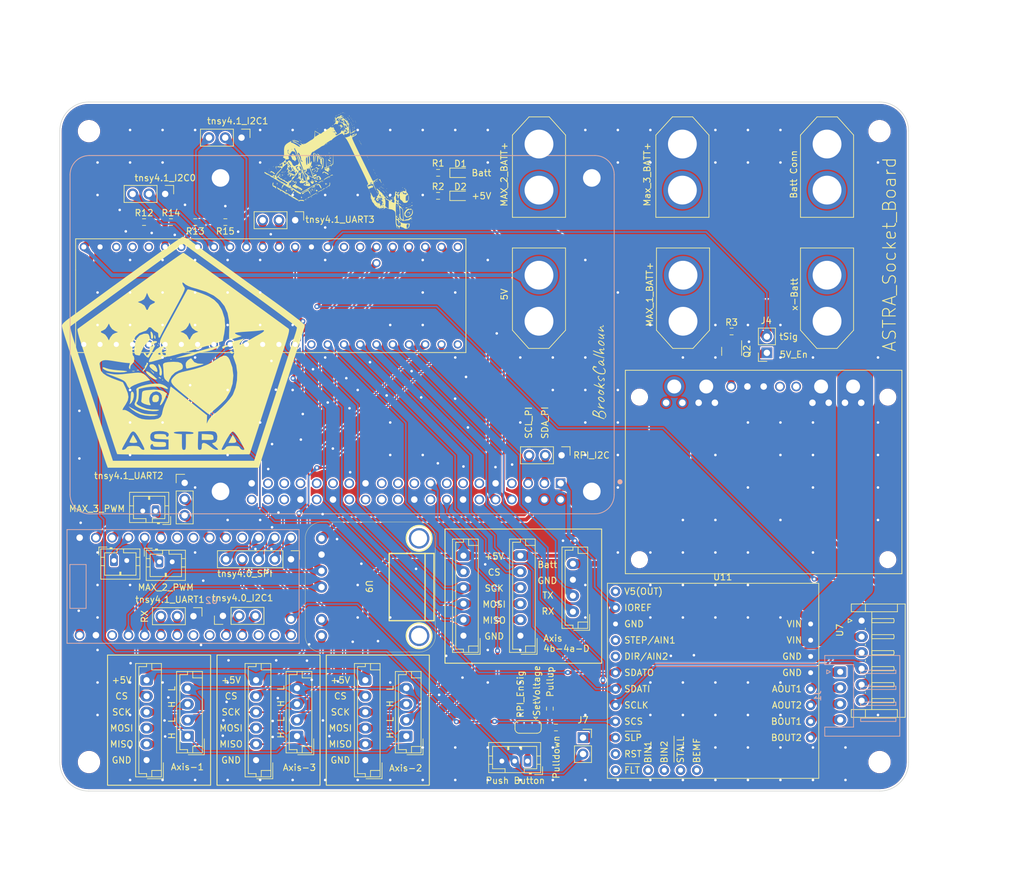
<source format=kicad_pcb>
(kicad_pcb (version 20221018) (generator pcbnew)
  (title_block (date "2023-10-08"))
  (layers (0 "F.Cu" signal) (1 "In1.Cu" signal) (2 "In2.Cu" signal) (31 "B.Cu" signal) (34 "B.Paste" user) (35 "F.Paste" user) (36 "B.SilkS" user "B.Silkscreen") (37 "F.SilkS" user "F.Silkscreen") (38 "B.Mask" user) (39 "F.Mask" user) (44 "Edge.Cuts" user))
  (net 0 "")
  (net 1 "+BATT")
  (net 2 "GND")
  (net 3 "+3.3V")
  (net 4 "+5V")
  (net 5 "/RPI_MISO1")
  (net 6 "/RPI_MOSI1")
  (net 7 "/RPI_TXD")
  (net 8 "/RPI_RXD")
  (net 9 "/RPI_SCLK1")
  (net 10 "/RPI_CS1_0")
  (net 11 "/RPI_CS1_1")
  (net 12 "/RPI_MOSI")
  (net 13 "/RPI_MISO")
  (net 14 "/RPI_SCLK")
  (net 15 "/RPI_GPIO22")
  (net 16 "/RPI_GPIO24")
  (net 17 "/RPI_GPIO25")
  (net 18 "/RPI_GPIO26")
  (net 19 "/RPI_GPIO27")
  (net 20 "/RPI_ID_SD")
  (net 21 "/RPI_ID_SC")
  (net 22 "/RPI_SDA")
  (net 23 "/RPI_SCL")
  (net 24 "/RPI_CS1")
  (net 25 "/RPI_CS0")
  (net 26 "/RPI_CS1_2")
  (net 27 "/teensy4.1_TX3")
  (net 28 "/teensy4.1_RX3")
  (net 29 "/RPI_GPIO12")
  (net 30 "/RPI_GPIO13")
  (net 31 "/teensy_D9")
  (net 32 "/teensy_D32")
  (net 33 "/teensy4.1_SDA1")
  (net 34 "/ADC_5V")
  (net 35 "/ADC_BATT")
  (net 36 "Net-(D1-K)")
  (net 37 "Net-(D2-K)")
  (net 38 "Lynx_RX")
  (net 39 "Lynx_TX")
  (net 43 "/teensy4.1_SCL1")
  (net 46 "/teensy4.1_SDA0")
  (net 50 "/teensy_D2")
  (net 51 "/teensy_D6")
  (net 53 "/teensy4.1_SCL0")
  (net 54 "/teensy4.0_TX3")
  (net 55 "/teensy4.0_RX3")
  (net 56 "/teensy4.0_SDA0")
  (net 57 "/teensy4.0_SCL0")
  (net 61 "/MAX_1_PWM")
  (net 62 "/MAX_2_PWM")
  (net 63 "/MAX_3_PWM")
  (net 64 "/teensy4.0_SDA1")
  (net 65 "/teensy4.0_SCL1")
  (net 66 "/teensy4.0_MISO")
  (net 67 "/teensy4.0_MOSI")
  (net 68 "/teensy4.0_SCK")
  (net 69 "/teensy4.0_CS0")
  (net 70 "/teensy4.0_TX2")
  (net 71 "/teensy4.0_RX2")
  (net 72 "/teensy4.0_TX1")
  (net 73 "/teensy4.0_RX1")
  (net 74 "/teensy4.1_CTX1")
  (net 76 "/Teensy_TXD")
  (net 77 "/Teensy_RXD")
  (net 78 "/CRX")
  (net 79 "/CTX")
  (net 80 "CANL")
  (net 81 "CANH")
  (net 89 "/AOUT1")
  (net 90 "/AOUT2")
  (net 91 "/BOUT1")
  (net 92 "/BOUT2")
  (net 93 "/Stepper_Reset")
  (net 94 "/Stepper_Fault")
  (net 95 "/CS1_Stepper")
  (net 96 "/MISO1")
  (net 97 "/teensy4.1_CRX1")
  (net 98 "/MOSI1")
  (net 99 "/SCK1")
  (net 100 "/CS1_0")
  (net 103 "/~{5V_En}")
  (net 104 "/Power_En")
  (net 105 "CS0_1")
  (net 106 "MOSI0")
  (net 107 "MISO0")
  (net 108 "SCK0")
  (net 109 "CS0_4a")
  (net 110 "CS0_4b")
  (net 111 "CS0_2")
  (net 112 "CS0_3")
  (net 113 "/~{TeensyShutOff}")
  (net 114 "/~{axis0Disable}")
  (net 115 "Net-(J8-Pin_1)")
  (net 116 "Net-(JP1-A)")
  (net 117 "/RPI_ShutOffSig")
  (footprint "Connector_JST:JST_EH_B6B-EH-A_1x06_P2.50mm_Vertical" (layer "F.Cu") (at 75.5 95.25 90)
    (fp_text reference "U16")
    (fp_text value "joint_4b_s")
  )
  (footprint "Connector_AMASS:AMASS_XT60-F_1x02_P7.20mm_Vertical" (layer "F.Cu") (at 132.3 46.1 90)
    (fp_text reference "J3" hide)
    (fp_text value "x-Batt")
  )
  (footprint "Resistor_SMD:R_0603_1608Metric_Pad0.98x0.95mm_HandSolder" (layer "F.Cu") (at 117.3875 47.7)
    (fp_text reference "R3")
    (fp_text value "10k")
  )
  (footprint "Connector_JST:JST_PH_B3B-PH-K_1x03_P2.00mm_Vertical" (layer "F.Cu") (at 85.5 114.85 180)
    (fp_text reference "J8" hide)
    (fp_text value "Push Button")
  )
  (footprint "Jumper:SolderJumper-3_P1.3mm_Open_RoundedPad1.0x1.5mm" (layer "F.Cu") (at 85.6 109.5 180)
    (fp_text reference "JP1" hide)
    (fp_text value "SolderJumper_3_Open" hide)
  )
  (footprint "ArmElectronics_Footprints:Pololu_3730" (layer "F.Cu") (at 97.985 117.545)
    (fp_text reference "U11")
    (fp_text value "Pololu_3730")
  )
  (footprint "MountingHole:MountingHole_3mm" (layer "F.Cu") (at 17 115)
    (fp_text reference "H2" hide)
    (fp_text value "MountingHole")
  )
  (footprint "Resistor_SMD:R_0603_1608Metric_Pad0.98x0.95mm_HandSolder" (layer "F.Cu") (at 33.6 30.6 180)
    (fp_text reference "R13")
    (fp_text value "10k")
  )
  (footprint "Connector_JST:JST_PH_B2B-PH-K_1x02_P2.00mm_Vertical" (layer "F.Cu") (at 28 83.7)
    (fp_text reference "J15" hide)
    (fp_text value "MAX_2_PWM")
  )
  (footprint "Connector_PinHeader_2.54mm:PinHeader_1x03_P2.54mm_Vertical" (layer "F.Cu") (at 28.9 26.2 -90)
    (fp_text reference "J14" hide)
    (fp_text value "tnsy4.1_I2C0")
  )
  (footprint "Resistor_SMD:R_0603_1608Metric_Pad0.98x0.95mm_HandSolder" (layer "F.Cu") (at 25.6 30.6)
    (fp_text reference "R12")
    (fp_text value "10k")
  )
  (footprint "LOGO" (layer "F.Cu") (at 30.433537 50.872271)
    (fp_text reference "G***")
    (fp_text value "LOGO" hide)
  )
  (footprint "Resistor_SMD:R_0603_1608Metric_Pad0.98x0.95mm_HandSolder" (layer "F.Cu") (at 71.5369 26.5 180)
    (fp_text reference "R2")
    (fp_text value "180")
  )
  (footprint "Connector_AMASS:AMASS_XT60-F_1x02_P7.20mm_Vertical" (layer "F.Cu") (at 109.8 46.1 90)
    (fp_text reference "J17" hide)
    (fp_text value "MAX_1_BATT+")
  )
  (footprint "Connector_PinHeader_2.54mm:PinHeader_1x03_P2.54mm_Vertical" (layer "F.Cu") (at 40.825 17.4 -90)
    (fp_text reference "J13" hide)
    (fp_text value "tnsy4.1_I2C1")
  )
  (footprint "Connector_JST:JST_EH_B4B-EH-A_1x04_P2.50mm_Vertical" (layer "F.Cu") (at 32.4 110.95 90)
    (fp_text reference "J16" hide)
    (fp_text value "MAX_1_pwm" hide)
  )
  (footprint "Connector_PinHeader_2.54mm:PinHeader_1x03_P2.54mm_Vertical" (layer "F.Cu") (at 49.21 30.3 -90)
    (fp_text reference "J12" hide)
    (fp_text value "tnsy4.1_UART3")
  )
  (footprint "Connector_JST:JST_EH_B4B-EH-A_1x04_P2.50mm_Vertical" (layer "F.Cu") (at 66.57 110.95 90)
    (fp_text reference "J18" hide)
    (fp_text value "MAX_2_pwm" hide)
  )
  (footprint "Connector_AMASS:AMASS_XT60-F_1x02_P7.20mm_Vertical" (layer "F.Cu") (at 132.3 18.4 -90)
    (fp_text reference "BT1" hide)
    (fp_text value "Batt Conn")
  )
  (footprint "Connector_AMASS:AMASS_XT60-F_1x02_P7.20mm_Vertical" (layer "F.Cu") (at 87.3 46.1 90)
    (fp_text reference "J5" hide)
    (fp_text value "5V")
  )
  (footprint "Resistor_SMD:R_0603_1608Metric_Pad0.98x0.95mm_HandSolder" (layer "F.Cu") (at 89.95 109.6 180)
    (fp_text reference "R4" hide)
    (fp_text value "Pulldown")
  )
  (footprint "Connector_JST:JST_EH_B6B-EH-A_1x06_P2.50mm_Vertical" (layer "F.Cu") (at 26 114.7 90)
    (fp_text reference "U8")
    (fp_text value "joint_1_s")
  )
  (footprint "Connector_AMASS:AMASS_XT60-F_1x02_P7.20mm_Vertical" (layer "F.Cu") (at 109.7 18.4 -90)
    (fp_text reference "J6" hide)
    (fp_text value "Max_3_BATT+")
  )
  (footprint "LED_SMD:LED_0603_1608Metric_Pad1.05x0.95mm_HandSolder" (layer "F.Cu") (at 75.031849 22.9)
    (fp_text reference "D1")
    (fp_text value "LED")
  )
  (footprint "Socket_Library:Adafruit_CAN_Pal" (layer "F.Cu") (at 67.3 87.65 -90)
    (fp_text reference "U9")
    (fp_text value "CAN_Tx")
  )
  (footprint "Connector_PinHeader_2.54mm:PinHeader_1x03_P2.54mm_Vertical" (layer "F.Cu") (at 37.925 92.15 90)
    (fp_text reference "J21" hide)
    (fp_text value "tnsy4.0_I2C1")
  )
  (footprint "MountingHole:MountingHole_3mm" (layer "F.Cu") (at 17 16.383)
    (fp_text reference "H1")
    (fp_text value "MountingHole")
  )
  (footprint "DEV-16771:MODULE_DEV-16771" (layer "F.Cu") (at 45.4 42.1)
    (fp_text reference "U3")
    (fp_text value "DEV-16771")
  )
  (footprint "Connector_JST:JST_EH_B4B-EH-A_1x04_P2.50mm_Vertical" (layer "F.Cu") (at 92.6 91.5 90)
    (fp_text reference "U13")
    (fp_text value "Lynx")
  )
  (footprint "Connector_JST:JST_EH_B6B-EH-A_1x06_P2.50mm_Vertical" (layer "F.Cu") (at 60.17 114.7 90)
    (fp_text reference "U10")
    (fp_text value "joint_2_s")
  )
  (footprint "Connector_JST:JST_PH_B2B-PH-K_1x02_P2.00mm_Vertical" (layer "F.Cu") (at 27.4 75.75 180)
    (fp_text reference "J20" hide)
    (fp_text value "MAX_3_PWM")
  )
  (footprint "Connector_JST:JST_EH_S6B-EH_1x06_P2.50mm_Horizontal" (layer "F.Cu") (at 137.7 92.9 -90)
    (fp_text reference "U7")
    (fp_text value "joint_0_s")
  )
  (footprint "Connector_PinHeader_2.54mm:PinHeader_1x03_P2.54mm_Vertical" (layer "F.Cu") (at 90.825 67.05 -90)
    (fp_text reference "J9" hide)
    (fp_text value "RPI_I2C")
  )
  (footprint "MountingHole:MountingHole_3mm" (layer "F.Cu") (at 140.5 115)
    (fp_text reference "H3")
    (fp_text value "MountingHole")
  )
  (footprint "Connector_PinSocket_2.54mm:PinSocket_1x02_P2.54mm_Vertical" (layer "F.Cu") (at 94.175 111.195)
    (fp_text reference "J7")
    (fp_text value "Conn_01x02")
  )
  (footprint "Package_TO_SOT_SMD:SOT-23" (layer "F.Cu") (at 117.4 50.8 -90)
    (fp_text reference "Q2")
    (fp_text value "Q_NMOS_GSD")
  )
  (footprint "Resistor_SMD:R_0603_1608Metric_Pad0.98x0.95mm_HandSolder" (layer "F.Cu") (at 38.3 30.6 180)
    (fp_text reference "R15")
    (fp_text value "10k")
  )
  (footprint "RASPBERRY_PI_4B_4GB:MODULE_RASPBERRY_PI_4B_4GB" (layer "F.Cu") (at 56.55 44.644)
    (fp_text reference "U1")
    (fp_text value "RASPBERRY_PI_4B_4GB")
  )
  (footprint "Connector_JST:JST_PH_B2B-PH-K_1x02_P2.00mm_Vertical" (layer "F.Cu") (at 20.9 83.5)
    (fp_text reference "J11" hide)
    (fp_text value "MAX_1_PWM" hide)
  )
  (footprint "Connector_JST:JST_EH_B6B-EH-A_1x06_P2.50mm_Vertical" (layer "F.Cu") (at 84.4 95.25 90)
    (fp_text reference "U12")
    (fp_text value "joint_4a_s")
  )
  (footprint "Connector_PinHeader_2.54mm:PinHeader_1x03_P2.54mm_Vertical" (layer "F.Cu") (at 33.32 92.2 -90)
    (fp_text reference "J24" hide)
    (fp_text value "tnsy4.1_UART1")
  )
  (footprint "Connector_AMASS:AMASS_XT60-F_1x02_P7.20mm_Vertical" (layer "F.Cu") (at 87.3 18.4 -90)
    (fp_text reference "J19" hide)
    (fp_text value "MAX_2_BATT+")
  )
  (footprint "Resistor_SMD:R_0603_1608Metric_Pad0.98x0.95mm_HandSolder" (layer "F.Cu") (at 71.543149 22.9 180)
    (fp_text reference "R1")
    (fp_text value "3.3k")
  )
  (footprint "D24V150F5:POLOLU_D24V150F5" (layer "F.Cu") (at 122.39 69.66 180)
    (fp_text reference "PS1")
    (fp_text value "D24V150F5")
  )
  (footprint "Connector_PinHeader_2.54mm:PinHeader_1x03_P2.54mm_Vertical" (layer "F.Cu") (at 31.95 71.36)
    (fp_text reference "J23" hide)
    (fp_text value "tnsy4.1_UART2")
  )
  (footprint "LOGO" (layer "F.Cu") (at 96.4 54.9 90)
    (fp_text reference "G***" hide)
    (fp_text value "LOGO" hide)
  )
  (footprint "MountingHole:MountingHole_3mm" (layer "F.Cu") (at 140.5 16.383)
    (fp_text reference "H4")
    (fp_text value "MountingHole")
  )
  (footprint "Resistor_SMD:R_0603_1608Metric_Pad0.98x0.95mm_HandSolder" (layer "F.Cu") (at 89 106.65 90)
    (fp_text reference "R5" hide)
    (fp_text value "Pullup")
  )
  (footprint "Resistor_SMD:R_0603_1608Metric_Pad0.98x0.95mm_HandSolder" (layer "F.Cu") (at 29.8025 30.6)
    (fp_text reference "R14")
    (fp_text value "10k")
  )
  (footprint "Connector_JST:JST_EH_B6B-EH-A_1x06_P2.50mm_Vertical" (layer "F.Cu") (at 43.1 114.7 90)
    (fp_text reference "U6")
    (fp_text value "joint_3_s")
  )
  (footprint "Connector_PinSocket_2.54mm:PinSocket_1x02_P2.54mm_Vertical" (layer "F.Cu") (at 122.9 51.04 180)
    (fp_text reference "J4")
    (fp_text value "Conn_01x02")
  )
  (footprint "Connector_JST:JST_EH_B4B-EH-A_1x04_P2.50mm_Vertical" (layer "F.Cu") (at 49.5 110.95 90)
    (fp_text reference "J2" hide)
    (fp_text value "Max_3_pwm" hide)
  )
  (footprint "LED_SMD:LED_0603_1608Metric_Pad1.05x0.95mm_HandSolder" (layer "F.Cu") (at 75.0256 26.5)
    (fp_text reference "D2")
    (fp_text value "LED")
  )
  (footprint "Connector_PinHeader_2.54mm:PinHeader_1x05_P2.54mm_Vertical" (layer "F.Cu") (at 48.56 83.3 -90)
    (fp_text reference "J22" hide)
    (fp_text value "tnsy4.0_SPI")
  )
  (footprint "LOGO" (layer "F.Cu") (at 56.134 22.479)
    (fp_text reference "G***" hide)
    (fp_text value "LOGO" hide)
  )
  (footprint "Connector_JST:JST_XH_S4B-XH-A_1x04_P2.50mm_Horizontal" (layer "B.Cu") (at 134.35 100.9 -90)
    (fp_text reference "J1")
    (fp_text value "Conn_01x04")
  )
  (footprint "DEV-15583:MODULE_DEV-15583" (layer "B.Cu") (at 32.05 87.55 -90)
    (fp_text reference "U2")
    (fp_text value "DEV-15583")
  )
  (gr_rect (start 19.9 98.277115) (end 36 118.622885) (stroke (width 0.15)) (fill none) (layer "F.SilkS"))
  (gr_rect (start 54.07 98.277115) (end 70.17 118.622885) (stroke (width 0.15)) (fill none) (layer "F.SilkS"))
  (gr_rect (start 37 98.277115) (end 53.1 118.622885) (stroke (width 0.15)) (fill none) (layer "F.SilkS"))
  (gr_rect (start 72.6148 78.5738) (end 97.0881 99.55) (stroke (width 0.15)) (fill none) (layer "F.SilkS"))
  (gr_line (start 16.9672 11.8364) (end 140.5128 11.8364) (stroke (width 0.1)) (layer "Edge.Cuts"))
  (gr_arc (start 145.034 115.0112) (mid 143.709771 118.208171) (end 140.5128 119.5324) (stroke (width 0.1)) (layer "Edge.Cuts"))
  (gr_arc (start 16.9672 119.5324) (mid 13.770229 118.208171) (end 12.446 115.0112) (stroke (width 0.1)) (layer "Edge.Cuts"))
  (gr_line (start 145.034 16.3576) (end 145.034 115.0112) (stroke (width 0.1)) (layer "Edge.Cuts"))
  (gr_line (start 140.5128 119.5324) (end 16.9672 119.5324) (stroke (width 0.1)) (layer "Edge.Cuts"))
  (gr_arc (start 140.5128 11.8364) (mid 143.709771 13.160629) (end 145.034 16.3576) (stroke (width 0.1)) (layer "Edge.Cuts"))
  (gr_arc (start 12.446 16.3576) (mid 13.770229 13.160629) (end 16.9672 11.8364) (stroke (width 0.1)) (layer "Edge.Cuts"))
  (gr_line (start 12.446 16.3576) (end 12.446 115.0112) (stroke (width 0.1)) (layer "Edge.Cuts"))
  (gr_text "CS" (at 22.1 104.7) (layer "F.SilkS") (effects (font (size 1 1))))
  (gr_text "H  L  H  L" (at 64.05 107.177115 90) (layer "F.SilkS") (effects (font (size 1 1))))
  (gr_text "Batt" (at 76.684349 23.50175) (layer "F.SilkS") (effects (font (size 1 1)) (justify left bottom)))
  (gr_text "H  L  H  L" (at 29.95 107.277115 90) (layer "F.SilkS") (effects (font (size 1 1))))
  (gr_text "SCK" (at 56.27 107.2) (layer "F.SilkS") (effects (font (size 1 1))))
  (gr_text "+5V" (at 39.2 102.2) (layer "F.SilkS") (effects (font (size 1 1))))
  (gr_text "Axis-3" (at 47.2 116.45) (layer "F.SilkS") (effects (font (size 1 1)) (justify left bottom)))
  (gr_text "GND" (at 88.6 86.65) (layer "F.SilkS") (effects (font (size 1 1))))
  (gr_text "SCK" (at 39.2 107.2) (layer "F.SilkS") (effects (font (size 1 1))))
  (gr_text "MOSI" (at 22.1 109.7) (layer "F.SilkS") (effects (font (size 1 1))))
  (gr_text "Axis\n4b-4a-D" (at 87.9 97.85) (layer "F.SilkS") (effects (font (size 1 1)) (justify left bottom)))
  (gr_text "CS" (at 80.3 85.35) (layer "F.SilkS") (effects (font (size 1 1))))
  (gr_text "SCL_PI" (at 85.69 61.95 90) (layer "F.SilkS") (effects (font (size 1 1))))
  (gr_text "CS" (at 56.27 104.7) (layer "F.SilkS") (effects (font (size 1 1))))
  (gr_text "CS" (at 39.2 104.7) (layer "F.SilkS") (effects (font (size 1 1))))
  (gr_text "GND" (at 39.2 114.7) (layer "F.SilkS") (effects (font (size 1 1))))
  (gr_text "H  L  H  L" (at 47 107.15 90) (layer "F.SilkS") (effects (font (size 1 1))))
  (gr_text "+5V" (at 80.3 82.85) (layer "F.SilkS") (effects (font (size 1 1))))
  (gr_text "SCK" (at 22.1 107.2) (layer "F.SilkS") (effects (font (size 1 1))))
  (gr_text "RX" (at 25.7 92.25 90) (layer "F.SilkS") (effects (font (size 1 1))))
  (gr_text "MISO" (at 80.3 92.85) (layer "F.SilkS") (effects (font (size 1 1))))
  (gr_text "MOSI" (at 80.3 90.35) (layer "F.SilkS") (effects (font (size 1 1))))
  (gr_text "SDA_PI" (at 88.23 61.95 90) (layer "F.SilkS") (effects (font (size 1 1))))
  (gr_text "MISO" (at 56.27 112.2) (layer "F.SilkS") (effects (font (size 1 1))))
  (gr_text "RX" (at 88.7 91.45) (layer "F.SilkS") (effects (font (size 1 1))))
  (gr_text "GND" (at 80.3 95.35) (layer "F.SilkS") (effects (font (size 1 1))))
  (gr_text "TX" (at 88.7 88.95) (layer "F.SilkS") (effects (font (size 1 1))))
  (gr_text "ASTRA_Socket_Board" (at 142.05 35.65 90) (layer "F.SilkS") (effects (font (size 2 2))))
  (gr_text "+5V" (at 76.6906 27.10175) (layer "F.SilkS") (effects (font (size 1 1)) (justify left bottom)))
  (gr_text "+5V" (at 56.27 102.2) (layer "F.SilkS") (effects (font (size 1 1))))
  (gr_text "MISO" (at 22.1 112.2) (layer "F.SilkS") (effects (font (size 1 1))))
  (gr_text "MOSI" (at 39.2 109.7) (layer "F.SilkS") (effects (font (size 1 1))))
  (gr_text "+5V" (at 22.1 102.2) (layer "F.SilkS") (effects (font (size 1 1))))
  (gr_text "Axis-2" (at 63.8 116.532885) (layer "F.SilkS") (effects (font (size 1 1)) (justify left bottom)))
  (gr_text "GND" (at 22.1 114.7) (layer "F.SilkS") (effects (font (size 1 1))))
  (gr_text "MISO" (at 39.2 112.2) (layer "F.SilkS") (effects (font (size 1 1))))
  (gr_text "SCK" (at 80.3 87.85) (layer "F.SilkS") (effects (font (size 1 1))))
  (gr_text "MOSI" (at 56.27 109.7) (layer "F.SilkS") (effects (font (size 1 1))))
  (gr_text "GND" (at 56.27 114.7) (layer "F.SilkS") (effects (font (size 1 1))))
  (gr_text "Batt" (at 88.6 84.15) (layer "F.SilkS") (effects (font (size 1 1))))
  (gr_text "Axis-1" (at 29.7 116.35) (layer "F.SilkS") (effects (font (size 1 1)) (justify left bottom)))
  (segment (start 99.75 85.9) (end 122.3 85.9) (width 0.9) (layer "F.Cu") (net 1))
  (segment (start 74.9 21.1) (end 75.906849 22.106849) (width 0.6) (layer "F.Cu") (net 1))
  (segment (start 97.85 84) (end 99.75 85.9) (width 0.9) (layer "F.Cu") (net 1))
  (segment (start 40.3 30.6) (end 49.8 21.1) (width 0.6) (layer "F.Cu") (net 1))
  (segment (start 78.606849 25.6) (end 87.3 25.6) (width 0.6) (layer "F.Cu") (net 1))
  (segment (start 122.3 85.9) (end 129.735 93.335) (width 0.9) (layer "F.Cu") (net 1))
  (segment (start 75.906849 22.106849) (end 75.906849 22.9) (width 0.6) (layer "F.Cu") (net 1))
  (segment (start 75.906849 22.9) (end 78.606849 25.6) (width 0.6) (layer "F.Cu") (net 1))
  (segment (start 39.2125 30.6) (end 40.3 30.6) (width 0.6) (layer "F.Cu") (net 1))
  (segment (start 92.6 84) (end 97.85 84) (width 0.9) (layer "F.Cu") (net 1))
  (segment (start 49.8 21.1) (end 74.9 21.1) (width 0.6) (layer "F.Cu") (net 1))
  (via (at 104.6988 16.2052) (size 0.8) (drill 0.4) (layers "F.Cu" "B.Cu") (net 2))
  (via (at 69.1388 67.0052) (size 0.8) (drill 0.4) (layers "F.Cu" "B.Cu") (net 2))
  (via (at 79.2988 21.2852) (size 0.8) (drill 0.4) (layers "F.Cu" "B.Cu") (net 2))
  (via (at 62.15 96.1) (size 0.8) (drill 0.4) (layers "F.Cu" "B.Cu") (net 2))
  (via (at 114.8588 102.5652) (size 0.8) (drill 0.4) (layers "F.Cu" "B.Cu") (net 2))
  (via (at 64.0588 61.9252) (size 0.8) (drill 0.4) (layers "F.Cu" "B.Cu") (net 2))
  (via (at 54.55 110.95) (size 0.8) (drill 0.4) (layers "F.Cu" "B.Cu") (net 2))
  (via (at 58.9788 56.8452) (size 0.8) (drill 0.4) (layers "F.Cu" "B.Cu") (net 2))
  (via (at 46.2 56.8) (size 0.8) (drill 0.4) (layers "F.Cu" "B.Cu") (net 2))
  (via (at 43.7388 61.9252) (size 0.8) (drill 0.4) (layers "F.Cu" "B.Cu") (net 2))
  (via (at 18.3388 82.2452) (size 0.8) (drill 0.4) (layers "F.Cu" "B.Cu") (net 2))
  (via (at 38.5 105.6) (size 0.8) (drill 0.4) (layers "F.Cu" "B.Cu") (net 2))
  (via (at 23.4188 107.6452) (size 0.8) (drill 0.4) (layers "F.Cu" "B.Cu") (net 2))
  (via (at 74.2188 117.8052) (size 0.8) (drill 0.4) (layers "F.Cu" "B.Cu") (net 2))
  (via (at 63.5 57.7) (size 0.8) (drill 0.4) (layers "F.Cu" "B.Cu") (net 2))
  (via (at 79.2988 112.7252) (size 0.8) (drill 0.4) (layers "F.Cu" "B.Cu") (net 2))
  (via (at 119.9388 61.9252) (size 0.8) (drill 0.4) (layers "F.Cu" "B.Cu") (net 2))
  (via (at 37.9 110.877115) (size 0.8) (drill 0.4) (layers "F.Cu" "B.Cu") (net 2))
  (via (at 84.3788 112.7252) (size 0.8) (drill 0.4) (layers "F.Cu" "B.Cu") (net 2))
  (via (at 91.05 80.4) (size 0.8) (drill 0.4) (layers "F.Cu" "B.Cu") (net 2))
  (via (at 114.8588 107.6452) (size 0.8) (drill 0.4) (layers "F.Cu" "B.Cu") (net 2))
  (via (at 89.4588 117.8052) (size 0.8) (drill 0.4) (layers "F.Cu" "B.Cu") (net 2))
  (via (at 54.3 58.8) (size 0.8) (drill 0.4) (layers "F.Cu" "B.Cu") (net 2))
  (via (at 130.0988 117.8052) (size 0.8) (drill 0.4) (layers "F.Cu" "B.Cu") (net 2))
  (via (at 109.7788 92.4052) (size 0.8) (drill 0.4) (layers "F.Cu" "B.Cu") (net 2))
  (via (at 50.1 64.6) (size 0.8) (drill 0.4) (layers "F.Cu" "B.Cu") (net 2))
  (via (at 111.5 98.3) (size 0.8) (drill 0.4) (layers "F.Cu" "B.Cu") (net 2))
  (via (at 109.7788 112.7252) (size 0.8) (drill 0.4) (layers "F.Cu" "B.Cu") (net 2))
  (via (at 140.2588 21.2852) (size 0.8) (drill 0.4) (layers "F.Cu" "B.Cu") (net 2))
  (via (at 140.2588 61.9252) (size 0.8) (drill 0.4) (layers "F.Cu" "B.Cu") (net 2))
  (via (at 33.5788 36.5252) (size 0.8) (drill 0.4) (layers "F.Cu" "B.Cu") (net 2))
  (via (at 135.1788 112.7252) (size 0.8) (drill 0.4) (layers "F.Cu" "B.Cu") (net 2))
  (via (at 43.7388 36.5252) (size 0.8) (drill 0.4) (layers "F.Cu" "B.Cu") (net 2))
  (via (at 29.4 104.9) (size 0.8) (drill 0.4) (layers "F.Cu" "B.Cu") (net 2))
  (via (at 109.7788 87.3252) (size 0.8) (drill 0.4) (layers "F.Cu" "B.Cu") (net 2))
  (via (at 80.5 68.9) (size 0.8) (drill 0.4) (layers "F.Cu" "B.Cu") (net 2))
  (via (at 99.6188 56.8452) (size 0.8) (drill 0.4) (layers "F.Cu" "B.Cu") (net 2))
  (via (at 114.8588 67.0052) (size 0.8) (drill 0.4) (layers "F.Cu" "B.Cu") (net 2))
  (via (at 26.8 32.3) (size 0.8) (drill 0.4) (layers "F.Cu" "B.Cu") (net 2))
  (via (at 114.8588 92.4052) (size 0.8) (drill 0.4) (layers "F.Cu" "B.Cu") (net 2))
  (via (at 140.2588 72.0852) (size 0.8) (drill 0.4) (layers "F.Cu" "B.Cu") (net 2))
  (via (at 57.8 69.7) (size 0.8) (drill 0.4) (layers "F.Cu" "B.Cu") (net 2))
  (via (at 58.9788 117.8052) (size 0.8) (drill 0.4) (layers "F.Cu" "B.Cu") (net 2))
  (via (at 51.4 96.6) (size 0.8) (drill 0.4) (layers "F.Cu" "B.Cu") (net 2))
  (via (at 64.0588 16.2052) (size 0.8) (drill 0.4) (layers "F.Cu" "B.Cu") (net 2))
  (via (at 23.4188 112.7252) (size 0.8) (drill 0.4) (layers "F.Cu" "B.Cu") (net 2))
  (via (at 78.9 84.1) (size 0.8) (drill 0.4) (layers "F.Cu" "B.Cu") (net 2))
  (via (at 43 81.7) (size 0.8) (drill 0.4) (layers "F.Cu" "B.Cu") (net 2))
  (via (at 76.2 62.7) (size 0.8) (drill 0.4) (layers "F.Cu" "B.Cu") (net 2))
  (via (at 94.5388 87.3252) (size 0.8) (drill 0.4) (layers "F.Cu" "B.Cu") (net 2))
  (via (at 74.2188 112.7252) (size 0.8) (drill 0.4) (layers "F.Cu" "B.Cu") (net 2))
  (via (at 18.3388 87.3252) (size 0.8) (drill 0.4) (layers "F.Cu" "B.Cu") (net 2))
  (via (at 18.3388 46.6852) (size 0.8) (drill 0.4) (layers "F.Cu" "B.Cu") (net 2))
  (via (at 104.6988 87.3252) (size 0.8) (drill 0.4) (layers "F.Cu" "B.Cu") (net 2))
  (via (at 89.4588 51.7652) (size 0.8) (drill 0.4) (layers "F.Cu" "B.Cu") (net 2))
  (via (at 45.7 111.077115) (size 0.8) (drill 0.4) (layers "F.Cu" "B.Cu") (net 2))
  (via (at 28.4988 51.7652) (size 0.8) (drill 0.4) (layers "F.Cu" "B.Cu") (net 2))
  (via (at 125.0188 117.8052) (size 0.8) (drill 0.4) (layers "F.Cu" "B.Cu") (net 2))
  (via (at 104.6988 107.6452) (size 0.8) (drill 0.4) (layers "F.Cu" "B.Cu") (net 2))
  (via (at 75.5 68.8) (size 0.8) (drill 0.4) (layers "F.Cu" "B.Cu") (net 2))
  (via (at 84.3788 97.4852) (size 0.8) (drill 0.4) (layers "F.Cu" "B.Cu") (net 2))
  (via (at 57.2 55) (size 0.8) (drill 0.4) (layers "F.Cu" "B.Cu") (net 2))
  (via (at 84.3788 61.9252) (size 0.8) (drill 0.4) (layers "F.Cu" "B.Cu") (net 2))
  (via (at 53.8988 51.7652) (size 0.8) (drill 0.4) (layers "F.Cu" "B.Cu") (net 2))
  (via (at 50.4 60.6) (size 0.8) (drill 0.4) (layers "F.Cu" "B.Cu") (net 2))
  (via (at 99.6188 61.9252) (size 0.8) (drill 0.4) (layers "F.Cu" "B.Cu") (net 2))
  (via (at 104.6988 102.5652) (size 0.8) (drill 0.4) (layers "F.Cu" "B.Cu") (net 2))
  (via (at 109.7788 82.2452) (size 0.8) (drill 0.4) (layers "F.Cu" "B.Cu") (net 2))
  (via (at 58.9788 26.3652) (size 0.8) (drill 0.4) (layers "F.Cu" "B.Cu") (net 2))
  (via (at 140.2588 51.7652) (size 0.8) (drill 0.4) (layers "F.Cu" "B.Cu") (net 2))
  (via (at 55.75 80.15) (size 0.8) (drill 0.4) (layers "F.Cu" "B.Cu") (net 2))
  (via (at 34.85 86.65) (size 0.8) (drill 0.4) (layers "F.Cu" "B.Cu") (net 2))
  (via (at 109.7788 51.7652) (size 0.8) (drill 0.4) (layers "F.Cu" "B.Cu") (net 2))
  (via (at 74.2188 51.7652) (size 0.8) (drill 0.4) (layers "F.Cu" "B.Cu") (net 2))
  (via (at 57.7 59.7) (size 0.8) (drill 0.4) (layers "F.Cu" "B.Cu") (net 2))
  (via (at 74.2188 16.2052) (size 0.8) (drill 0.4) (layers "F.Cu" "B.Cu") (net 2))
  (via (at 38.8 99.1) (size 0.8) (drill 0.4) (layers "F.Cu" "B.Cu") (net 2))
  (via (at 43.7388 21.2852) (size 0.8) (drill 0.4) (layers "F.Cu" "B.Cu") (net 2))
  (via (at 64.0588 67.0052) (size 0.8) (drill 0.4) (layers "F.Cu" "B.Cu") (net 2))
  (via (at 125.0188 112.7252) (size 0.8) (drill 0.4) (layers "F.Cu" "B.Cu") (net 2))
  (via (at 43.7388 46.6852) (size 0.8) (drill 0.4) (layers "F.Cu" "B.Cu") (net 2))
  (via (at 125.0188 92.4052) (size 0.8) (drill 0.4) (layers "F.Cu" "B.Cu") (net 2))
  (via (at 104.6988 112.7252) (size 0.8) (drill 0.4) (layers "F.Cu" "B.Cu") (net 2))
  (via (at 43.7388 117.8052) (size 0.8) (drill 0.4) (layers "F.Cu" "B.Cu") (net 2))
  (via (at 60.9 52.5) (size 0.8) (drill 0.4) (layers "F.Cu" "B.Cu") (net 2))
  (via (at 53.8988 31.4452) (size 0.8) (drill 0.4) (layers "F.Cu" "B.Cu") (net 2))
  (via (at 71.5 68.3) (size 0.8) (drill 0.4) (layers "F.Cu" "B.Cu") (net 2))
  (via (at 48.8188 56.8452) (size 0.8) (drill 0.4) (layers "F.Cu" "B.Cu") (net 2))
  (via (at 130.0988 112.7252) (size 0.8) (drill 0.4) (layers "F.Cu" "B.Cu") (net 2))
  (via (at 130.0988 82.2452) (size 0.8) (drill 0.4) (layers "F.Cu" "B.Cu") (net 2))
  (via (at 28.9 111) (size 0.8) (drill 0.4) (layers "F.Cu" "B.Cu") (net 2))
  (via (at 53.8988 36.5252) (size 0.8) (drill 0.4) (layers "F.Cu" "B.Cu") (net 2))
  (via (at 94.5388 36.5252) (size 0.8) (drill 0.4) (layers "F.Cu" "B.Cu") (net 2))
  (via (at 46.25 99.1) (size 0.8) (drill 0.4) (layers "F.Cu" "B.Cu") (net 2))
  (via (at 23.4188 21.2852) (size 0.8) (drill 0.4) (layers "F.Cu" "B.Cu") (net 2))
  (via (at 38.6588 36.5252) (size 0.8) (drill 0.4) (layers "F.Cu" "B.Cu") (net 2))
  (via (at 99.6188 41.6052) (size 0.8) (drill 0.4) (layers "F.Cu" "B.Cu") (net 2))
  (via (at 40.3 32.1) (size 0.8) (drill 0.4) (layers "F.Cu" "B.Cu") (net 2))
  (via (at 48.8188 117.8052) (size 0.8) (drill 0.4) (layers "F.Cu" "B.Cu") (net 2))
  (via (at 18.3388 102.5652) (size 0.8) (drill 0.4) (layers "F.Cu" "B.Cu") (net 2))
  (via (at 69.1388 112.7252) (size 0.8) (drill 0.4) (layers "F.Cu" "B.Cu") (net 2))
  (via (at 28.4988 36.5252) (size 0.8) (drill 0.4) (layers "F.Cu" "B.Cu") (net 2))
  (via (at 69.1388 46.6852) (size 0.8) (drill 0.4) (layers "F.Cu" "B.Cu") (net 2))
  (via (at 23.4188 16.2052) (size 0.8) (drill 0.4) (layers "F.Cu" "B.Cu") (net 2))
  (via (at 38.6588 117.8052) (size 0.8) (drill 0.4) (layers "F.Cu" "B.Cu") (net 2))
  (via (at 23.4188 102.5652) (size 0.8) (drill 0.4) (layers "F.Cu" "B.Cu") (net 2))
  (via (at 48.8188 26.3652) (size 0.8) (drill 0.4) (layers "F.Cu" "B.Cu") (net 2))
  (via (at 38.6588 67.0052) (size 0.8) (drill 0.4) (layers "F.Cu" "B.Cu") (net 2))
  (via (at 135.1788 117.8052) (size 0.8) (drill 0.4) (layers "F.Cu" "B.Cu") (net 2))
  (via (at 119.9388 46.6852) (size 0.8) (drill 0.4) (layers "F.Cu" "B.Cu") (net 2))
  (via (at 79.2988 97.4852) (size 0.8) (drill 0.4) (layers "F.Cu" "B.Cu") (net 2))
  (via (at 53.8988 16.2052) (size 0.8) (drill 0.4) (layers "F.Cu" "B.Cu") (net 2))
  (via (at 28.4988 61.9252) (size 0.8) (drill 0.4) (layers "F.Cu" "B.Cu") (net 2))
  (via (at 119.9388 82.2452) (size 0.8) (drill 0.4) (layers "F.Cu" "B.Cu") (net 2))
  (via (at 79.2988 102.5652) (size 0.8) (drill 0.4) (layers "F.Cu" "B.Cu") (net 2))
  (via (at 43.7388 77.1652) (size 0.8) (drill 0.4) (layers "F.Cu" "B.Cu") (net 2))
  (via (at 94.5388 67.0052) (size 0.8) (drill 0.4) (layers "F.Cu" "B.Cu") (net 2))
  (via (at 125.0188 107.6452) (size 0.8) (drill 0.4) (layers "F.Cu" "B.Cu") (net 2))
  (via (at 80.7 48) (size 0.8) (drill 0.4) (layers "F.Cu" "B.Cu") (net 2))
  (via (at 130.0988 51.7652) (size 0.8) (drill 0.4) (layers "F.Cu" "B.Cu") (net 2))
  (via (at 45.6 78.3) (size 0.8) (drill 0.4) (layers "F.Cu" "B.Cu") (net 2))
  (via (at 38.3 28.1) (size 0.8) (drill 0.4) (layers "F.Cu" "B.Cu") (net 2))
  (via (at 104.6988 82.2452) (size 0.8) (drill 0.4) (layers "F.Cu" "B.Cu") (net 2))
  (via (at 69.1388 117.8052) (size 0.8) (drill 0.4) (layers "F.Cu" "B.Cu") (net 2))
  (via (at 68.1 84.8) (size 0.8) (drill 0.4) (layers "F.Cu" "B.Cu") (net 2))
  (via (at 119.9388 21.2852) (size 0.8) (drill 0.4) (layers "F.Cu" "B.Cu") (net 2))
  (via (at 55.1 66) (size 0.8) (drill 0.4) (layers "F.Cu" "B.Cu") (net 2))
  (via (at 18.3388 107.6452) (size 0.8) (drill 0.4) (layers "F.Cu" "B.Cu") (net 2))
  (via (at 94.5388 56.8452) (size 0.8) (drill 0.4) (layers "F.Cu" "B.Cu") (net 2))
  (via (at 119.9388 16.2052) (size 0.8) (drill 0.4) (layers "F.Cu" "B.Cu") (net 2))
  (via (at 28.4988 41.6052) (size 0.8) (drill 0.4) (layers "F.Cu" "B.Cu") (net 2))
  (via (at 45.7 108.577115) (size 0.8) (drill 0.4) (layers "F.Cu" "B.Cu") (net 2))
  (via (at 38.6588 102.5652) (size 0.8) (drill 0.4) (layers "F.Cu" "B.Cu") (net 2))
  (via (at 43.7388 16.2052) (size 0.8) (drill 0.4) (layers "F.Cu" "B.Cu") (net 2))
  (via (at 99.6188 21.2852) (size 0.8) (drill 0.4) (layers "F.Cu" "B.Cu") (net 2))
  (via (at 114.8588 77.1652) (size 0.8) (drill 0.4) (layers "F.Cu" "B.Cu") (net 2))
  (via (at 84.3788 51.7652) (size 0.8) (drill 0.4) (layers "F.Cu" "B.Cu") (net 2))
  (via (at 114.8588 112.7252) (size 0.8) (drill 0.4) (layers "F.Cu" "B.Cu") (net 2))
  (via (at 22.75 32.05) (size 0.8) (drill 0.4) (layers "F.Cu" "B.Cu") (net 2))
  (via (at 45.4 32.5) (size 0.8) (drill 0.4) (layers "F.Cu" "B.Cu") (net 2))
  (via (at 94.5388 107.6452) (size 0.8) (drill 0.4) (layers "F.Cu" "B.Cu") (net 2))
  (via (at 48.8188 16.2052) (size 0.8) (drill 0.4) (layers "F.Cu" "B.Cu") (net 2))
  (via (at 53.55 108.5) (size 0.8) (drill 0.4) (layers "F.Cu" "B.Cu") (net 2))
  (via (at 75.35 101.8) (size 0.8) (drill 0.4) (layers "F.Cu" "B.Cu") (net 2))
  (via (at 84.3788 107.6452) (size 0.8) (drill 0.4) (layers "F.Cu" "B.Cu") (net 2))
  (via (at 28.4988 21.2852) (size 0.8) (drill 0.4) (layers "F.Cu" "B.Cu") (net 2))
  (via (at 64.0588 117.8052) (size 0.8) (drill 0.4) (layers "F.Cu" "B.Cu") (net 2))
  (via (at 64.0588 102.5652) (size 0.8) (drill 0.4) (layers "F.Cu" "B.Cu") (net 2))
  (via (at 75.9 54.8) (size 0.8) (drill 0.4) (layers "F.Cu" "B.Cu") (net 2))
  (via (at 33.5788 46.6852) (size 0.8) (drill 0.4) (layers "F.Cu" "B.Cu") (net 2))
  (via (at 104.6988 21.2852) (size 0.8) (drill 0.4) (layers "F.Cu" "B.Cu") (net 2))
  (via (at 53.8988 26.3652) (size 0.8) (drill 0.4) (layers "F.Cu" "B.Cu") (net 2))
  (via (at 125.0188 102.5652) (size 0.8) (drill 0.4) (layers "F.Cu" "B.Cu") (net 2))
  (via (at 69.1388 36.5252) (size 0.8) (drill 0.4) (layers "F.Cu" "B.Cu") (net 2))
  (via (at 23.5 99.55) (size 0.8) (drill 0.4) (layers "F.Cu" "B.Cu") (net 2))
  (via (at 83.1 68.5) (size 0.8) (drill 0.4) (layers "F.Cu" "B.Cu") (net 2))
  (via (at 74.2 58.2) (size 0.8) (drill 0.4) (layers "F.Cu" "B.Cu") (net 2))
  (via (at 32 27.9) (size 0.8) (drill 0.4) (layers "F.Cu" "B.Cu") (net 2))
  (via (at 125.0188 16.2052) (size 0.8) (drill 0.4) (layers "F.Cu" "B.Cu") (net 2))
  (via (at 64.0588 46.6852) (size 0.8) (drill 0.4) (layers "F.Cu" "B.Cu") (net 2))
  (via (at 30.4 32.6) (size 0.8) (drill 0.4) (layers "F.Cu" "B.Cu") (net 2))
  (via (at 79.2988 117.8052) (size 0.8) (drill 0.4) (layers "F.Cu" "B.Cu") (net 2))
  (via (at 84.3788 117.8052) (size 0.8) (drill 0.4) (layers "F.Cu" "B.Cu") (net 2))
  (via (at 94.5388 51.7652) (size 0.8) (drill 0.4) (layers "F.Cu" "B.Cu") (net 2))
  (via (at 23.4188 87.3252) (size 0.8) (drill 0.4) (layers "F.Cu" "B.Cu") (net 2))
  (via (at 114.8588 51.7652) (size 0.8) (drill 0.4) (layers "F.Cu" "B.Cu") (net 2))
  (via (at 119.9388 117.8052) (size 0.8) (drill 0.4) (layers "F.Cu" "B.Cu") (net 2))
  (via (at 104.6988 92.4052) (size 0.8) (drill 0.4) (layers "F.Cu" "B.Cu") (net 2))
  (via (at 48.8188 46.6852) (size 0.8) (drill 0.4) (layers "F.Cu" "B.Cu") (net 2))
  (via (at 21.8 28.7) (size 0.8) (drill 0.4) (layers "F.Cu" "B.Cu") (net 2))
  (via (at 99.6188 82.2452) (size 0.8) (drill 0.4) (layers "F.Cu" "B.Cu") (net 2))
  (via (at 18.3388 92.4052) (size 0.8) (drill 0.4) (layers "F.Cu" "B.Cu") (net 2))
  (via (at 28.4988 117.8052) (size 0.8) (drill 0.4) (layers "F.Cu" "B.Cu") (net 2))
  (via (at 140.2588 77.1652) (size 0.8) (drill 0.4) (layers "F.Cu" "B.Cu") (net 2))
  (via (at 51.8 102.15) (size 0.8) (drill 0.4) (layers "F.Cu" "B.Cu") (net 2))
  (via (at 53.5 76.25) (size 0.8) (drill 0.4) (layers "F.Cu" "B.Cu") (net 2))
  (via (at 38.6588 46.6852) (size 0.8) (drill 0.4) (layers "F.Cu" "B.Cu") (net 2))
  (via (at 18.3388 26.3652) (size 0.8) (drill 0.4) (layers "F.Cu" "B.Cu") (net 2))
  (via (at 104.6988 117.8052) (size 0.8) (drill 0.4) (layers "F.Cu" "B.Cu") (net 2))
  (via (at 107.9 98.4) (size 0.8) (drill 0.4) (layers "F.Cu" "B.Cu") (net 2))
  (via (at 84.3788 102.5652) (size 0.8) (drill 0.4) (layers "F.Cu" "B.Cu") (net 2))
  (via (at 46.6 76) (size 0.8) (drill 0.4) (layers "F.Cu" "B.Cu") (net 2))
  (via (at 114.8588 16.2052) (size 0.8) (drill 0.4) (layers "F.Cu" "B.Cu") (net 2))
  (via (at 120.1 49.3) (size 0.8) (drill 0.4) (layers "F.Cu" "B.Cu") (net 2))
  (via (at 33.5788 41.6052) (size 0.8) (drill 0.4) (layers "F.Cu" "B.Cu") (net 2))
  (via (at 94.5388 61.9252) (size 0.8) (drill 0.4) (layers "F.Cu" "B.Cu") (net 2))
  (via (at 130.0988 72.0852) (size 0.8) (drill 0.4) (layers "F.Cu" "B.Cu") (net 2))
  (via (at 119.9388 87.3252) (size 0.8) (drill 0.4) (layers "F.Cu" "B.Cu") (net 2))
  (via (at 23.4188 41.6052) (size 0.8) (drill 0.4) (layers "F.Cu" "B.Cu") (net 2))
  (via (at 119.9388 102.5652) (size 0.8) (drill 0.4) (layers "F.Cu" "B.Cu") (net 2))
  (via (at 69.1388 26.3652) (size 0.8) (drill 0.4) (layers "F.Cu" "B.Cu") (net 2))
  (via (at 119.9388 92.4052) (size 0.8) (drill 0.4) (layers "F.Cu" "B.Cu") (net 2))
  (via (at 18.3388 41.6052) (size 0.8) (drill 0.4) (layers "F.Cu" "B.Cu") (net 2))
  (via (at 15.7 77.6) (size 0.8) (drill 0.4) (layers "F.Cu" "B.Cu") (net 2))
  (via (at 119.9388 112.7252) (size 0.8) (drill 0.4) (layers "F.Cu" "B.Cu") (net 2))
  (via (at 23.4188 67.0052) (size 0.8) (drill 0.4) (layers "F.Cu" "B.Cu") (net 2))
  (via (at 99.6188 67.0052) (size 0.8) (drill 0.4) (layers "F.Cu" "B.Cu") (net 2))
  (via (at 125.0188 21.2852) (size 0.8) (drill 0.4) (layers "F.Cu" "B.Cu") (net 2))
  (via (at 45.5 52.3) (size 0.8) (drill 0.4) (layers "F.Cu" "B.Cu") (net 2))
  (via (at 58.9788 16.2052) (size 0.8) (drill 0.4) (layers "F.Cu" "B.Cu") (net 2))
  (via (at 109.7788 77.1652) (size 0.8) (drill 0.4) (layers "F.Cu" "B.Cu") (net 2))
  (via (at 38.6588 41.6052) (size 0.8) (drill 0.4) (layers "F.Cu" "B.Cu") (net 2))
  (via (at 140.2588 107.6452) (size 0.8) (drill 0.4) (layers "F.Cu" "B.Cu") (net 2))
  (via (at 15.4 91.35) (size 0.8) (drill 0.4) (layers "F.Cu" "B.Cu") (net 2))
  (via (at 23.4188 117.8052) (size 0.8) (drill 0.4) (layers "F.Cu" "B.Cu") (net 2))
  (via (at 28.4988 16.2052) (size 0.8) (drill 0.4) (layers "F.Cu" "B.Cu") (net 2))
  (via (at 114.8588 46.6852) (size 0.8) (drill 0.4) (layers "F.Cu" "B.Cu") (net 2))
  (via (at 109.7788 102.5652) (size 0.8) (drill 0.4) (layers "F.Cu" "B.Cu") (net 2))
  (via (at 94.5388 117.8052) (size 0.8) (drill 0.4) (layers "F.Cu" "B.Cu") (net 2))
  (via (at 119.9388 107.6452) (size 0.8) (drill 0.4) (layers "F.Cu" "B.Cu") (net 2))
  (via (at 114.8588 82.2452) (size 0.8) (drill 0.4) (layers "F.Cu" "B.Cu") (net 2))
  (via (at 28.4988 46.6852) (size 0.8) (drill 0.4) (layers "F.Cu" "B.Cu") (net 2))
  (via (at 58.9788 92.4052) (size 0.8) (drill 0.4) (layers "F.Cu" "B.Cu") (net 2))
  (via (at 23.4188 46.6852) (size 0.8) (drill 0.4) (layers "F.Cu" "B.Cu") (net 2))
  (via (at 64.0588 92.4052) (size 0.8) (drill 0.4) (layers "F.Cu" "B.Cu") (net 2))
  (via (at 59.55 84) (size 0.8) (drill 0.4) (layers "F.Cu" "B.Cu") (net 2))
  (via (at 53.8988 117.8052) (size 0.8) (drill 0.4) (layers "F.Cu" "B.Cu") (net 2))
  (via (at 15.5 67.55) (size 0.8) (drill 0.4) (layers "F.Cu" "B.Cu") (net 2))
  (via (at 130.0988 67.0052) (size 0.8) (drill 0.4) (layers "F.Cu" "B.Cu") (net 2))
  (via (at 69.1388 16.2052) (size 0.8) (drill 0.4) (layers "F.Cu" "B.Cu") (net 2))
  (via (at 104.6988 46.6852) (size 0.8) (drill 0.4) (layers "F.Cu" "B.Cu") (net 2))
  (via (at 55.9 102.4) (size 0.8) (drill 0.4) (layers "F.Cu" "B.Cu") (net 2))
  (via (at 18.3388 21.2852) (size 0.8) (drill 0.4) (layers "F.Cu" "B.Cu") (net 2))
  (via (at 71.7 104.5) (size 0.8) (drill 0.4) (layers "F.Cu" "B.Cu") (net 2))
  (via (at 140.2588 67.0052) (size 0.8) (drill 0.4) (layers "F.Cu" "B.Cu") (net 2))
  (via (at 52 53.6) (size 0.8) (drill 0.4) (layers "F.Cu" "B.Cu") (net 2))
  (via (at 33.5788 82.2452) (size 0.8) (drill 0.4) (layers "F.Cu" "B.Cu") (net 2))
  (via (at 89.4588 56.8452) (size 0.8) (drill 0.4) (layers "F.Cu" "B.Cu") (net 2))
  (via (at 23.4188 56.8452) (size 0.8) (drill 0.4) (layers "F.Cu" "B.Cu") (net 2))
  (via (at 43.7388 41.6052) (size 0.8) (drill 0.4) (layers "F.Cu" "B.Cu") (net 2))
  (via (at 45 69.2) (size 0.8) (drill 0.4) (layers "F.Cu" "B.Cu") (net 2))
  (via (at 33.5788 72.0852) (size 0.8) (drill 0.4) (layers "F.Cu" "B.Cu") (net 2))
  (via (at 58.9788 87.3252) (size 0.8) (drill 0.4) (layers "F.Cu" "B.Cu") (net 2))
  (via (at 64.0588 26.3652) (size 0.8) (drill 0.4) (layers "F.Cu" "B.Cu") (net 2))
  (via (at 18.3388 97.4852) (size 0.8) (drill 0.4) (layers "F.Cu" "B.Cu") (net 2))
  (via (at 89.4588 112.7252) (size 0.8) (drill 0.4) (layers "F.Cu" "B.Cu") (net 2))
  (via (at 125.0188 46.6852) (size 0.8) (drill 0.4) (layers "F.Cu" "B.Cu") (net 2))
  (via (at 72.8 98.4) (size 0.8) (drill 0.4) (layers "F.Cu" "B.Cu") (net 2))
  (via (at 51.05 99.15) (size 0.8) (drill 0.4) (layers "F.Cu" "B.Cu") (net 2))
  (via (at 125.0188 67.0052) (size 0.8) (drill 0.4) (layers "F.Cu" "B.Cu") (net 2))
  (via (at 119.9388 72.0852) (size 0.8) (drill 0.4) (layers "F.Cu" "B.Cu") (net 2))
  (via (at 79.2988 16.2052) (size 0.8) (drill 0.4) (layers "F.Cu" "B.Cu") (net 2))
  (via (at 99.6188 16.2052) (size 0.8) (drill 0.4) (layers "F.Cu" "B.Cu") (net 2))
  (via (at 38 108.477115) (size 0.8) (drill 0.4) (layers "F.Cu" "B.Cu") (net 2))
  (via (at 69.1388 41.6052) (size 0.8) (drill 0.4) (layers "F.Cu" "B.Cu") (net 2))
  (via (at 125.0188 51.7652) (size 0.8) (drill 0.4) (layers "F.Cu" "B.Cu") (net 2))
  (via (at 58.2 96.2) (size 0.8) (drill 0.4) (layers "F.Cu" "B.Cu") (net 2))
  (via (at 99.6188 72.0852) (size 0.8) (drill 0.4) (layers "F.Cu" "B.Cu") (net 2))
  (via (at 28.4988 102.5652) (size 0.8) (drill 0.4) (layers "F.Cu" "B.Cu") (net 2))
  (via (at 38.6588 56.8452) (size 0.8) (drill 0.4) (layers "F.Cu" "B.Cu") (net 2))
  (via (at 109.7788 107.6452) (size 0.8) (drill 0.4) (layers "F.Cu" "B.Cu") (net 2))
  (via (at 79.2988 36.5252) (size 0.8) (drill 0.4) (layers "F.Cu" "B.Cu") (net 2))
  (via (at 33.5788 51.7652) (size 0.8) (drill 0.4) (layers "F.Cu" "B.Cu") (net 2))
  (via (at 67.4 53.9) (size 0.8) (drill 0.4) (layers "F.Cu" "B.Cu") (net 2))
  (via (at 23.4188 36.5252) (size 0.8) (drill 0.4) (layers "F.Cu" "B.Cu") (net 2))
  (via (at 125.0188 61.9252) (size 0.8) (drill 0.4) (layers "F.Cu" "B.Cu") (net 2))
  (via (at 23.4188 61.9252) (size 0.8) (drill 0.4) (layers "F.Cu" "B.Cu") (net 2))
  (via (at 33.5788 117.8052) (size 0.8) (drill 0.4) (layers "F.Cu" "B.Cu") (net 2))
  (via (at 45.5 81.7) (size 0.8) (drill 0.4) (layers "F.Cu" "B.Cu") (net 2))
  (via (at 68.9 58) (size 0.8) (drill 0.4) (layers "F.Cu" "B.Cu") (net 2))
  (via (at 125.0188 77.1652) (size 0.8) (drill 0.4) (layers "F.Cu" "B.Cu") (net 2))
  (via (at 33.5788 16.2052) (size 0.8) (drill 0.4) (layers "F.Cu" "B.Cu") (net 2))
  (via (at 99.6188 117.8052) (size 0.8) (drill 0.4) (layers "F.Cu" "B.Cu") (net 2))
  (via (at 94.5388 16.2052) (size 0.8) (drill 0.4) (layers "F.Cu" "B.Cu") (net 2))
  (via (at 114.8588 117.8052) (size 0.8) (drill 0.4) (layers "F.Cu" "B.Cu") (net 2))
  (via (at 38.6588 77.1652) (size 0.8) (drill 0.4) (layers "F.Cu" "B.Cu") (net 2))
  (via (at 114.8588 87.3252) (size 0.8) (drill 0.4) (layers "F.Cu" "B.Cu") (net 2))
  (via (at 109.7788 117.8052) (size 0.8) (drill 0.4) (layers "F.Cu" "B.Cu") (net 2))
  (via (at 45.6 65.3) (size 0.8) (drill 0.4) (layers "F.Cu" "B.Cu") (net 2))
  (via (at 46.5 105) (size 0.8) (drill 0.4) (layers "F.Cu" "B.Cu") (net 2))
  (via (at 94.5388 92.4052) (size 0.8) (drill 0.4) (layers "F.Cu" "B.Cu") (net 2))
  (via (at 15.5 60.1) (size 0.8) (drill 0.4) (layers "F.Cu" "B.Cu") (net 2))
  (via (at 114.8588 21.2852) (size 0.8) (drill 0.4) (layers "F.Cu" "B.Cu") (net 2))
  (via (at 34.5 96.7) (size 0.8) (drill 0.4) (layers "F.Cu" "B.Cu") (net 2))
  (via (at 130.0988 61.9252) (size 0.8) (drill 0.4) (layers "F.Cu" "B.Cu") (net 2))
  (via (at 28.8 108.5) (size 0.8) (drill 0.4) (layers "F.Cu" "B.Cu") (net 2))
  (via (at 74.2188 41.6052) (size 0.8) (drill 0.4) (layers "F.Cu" "B.Cu") (net 2))
  (segment (start 89 101.1) (end 89 105.7375) (width 0.3) (layer "F.Cu") (net 3))
  (segment (start 75.5 82.75) (end 64.29 82.75) (width 0.6) (layer "F.Cu") (net 3))
  (segment (start 90.55 82.75) (end 84.4 82.75) (width 0.6) (layer "F.Cu") (net 3))
  (segment (start 99.225 90.875) (end 89 101.1) (width 0.3) (layer "F.Cu") (net 3))
  (segment (start 60.17 86.87) (end 60.17 102.2) (width 0.6) (layer "F.Cu") (net 3))
  (segment (start 75.5 82.75) (end 84.4 82.75) (width 0.6) (layer "F.Cu") (net 3))
  (segment (start 64.29 82.75) (end 60.17 86.87) (width 0.6) (layer "F.Cu") (net 3))
  (segment (start 92.9 80.4) (end 90.55 82.75) (width 0.6) (layer "F.Cu") (net 3))
  (via (at 92.9 80.4) (size 0.8) (drill 0.4) (layers "F.Cu" "B.Cu") (net 3))
  (segment (start 91.942 72.692) (end 90.68 71.43) (width 0.6) (layer "B.Cu") (net 3))
  (segment (start 44.500001 100.8) (end 43.100001 102.2) (width 0.6) (layer "B.Cu") (net 3))
  (segment (start 75.5 81) (end 75.5 82.75) (width 0.3) (layer "B.Cu") (net 3))
  (segment (start 96 87.62) (end 99.255 90.875) (width 0.3) (layer "B.Cu") (net 3))
  (segment (start 43.100001 102.2) (end 41.700001 100.8) (width 0.6) (layer "B.Cu") (net 3))
  (segment (start 96 83.5) (end 96 87.62) (width 0.3) (layer "B.Cu") (net 3))
  (segment (start 58.77 100.8) (end 44.500001 100.8) (width 0.6) (layer "B.Cu") (net 3))
  (segment (start 71.472 72.542) (end 71.472 76.972) (width 0.3) (layer "B.Cu") (net 3))
  (segment (start 60.17 102.2) (end 58.77 100.8) (width 0.6) (layer "B.Cu") (net 3))
  (segment (start 71.472 76.972) (end 75.5 81) (width 0.3) (layer "B.Cu") (net 3))
  (segment (start 91.942 79.442) (end 91.942 72.692) (width 0.6) (layer "B.Cu") (net 3))
  (segment (start 92.9 80.4) (end 96 83.5) (width 0.3) (layer "B.Cu") (net 3))
  (segment (start 27.4 100.8) (end 26 102.2) (width 0.6) (layer "B.Cu") (net 3))
  (segment (start 92.9 80.4) (end 91.942 79.442) (width 0.6) (layer "B.Cu") (net 3))
  (segment (start 41.700001 100.8) (end 27.4 100.8) (width 0.6) (layer "B.Cu") (net 3))
  (segment (start 70.36 71.43) (end 71.472 72.542) (width 0.3) (layer "B.Cu") (net 3))
  (segment (start 109.7 60.6) (end 109.7 58.84) (width 0.6) (layer "F.Cu") (net 4))
  (segment (start 110.3 61.2) (end 109.7 60.6) (width 0.6) (layer "F.Cu") (net 4))
  (segment (start 88.14 74.26) (end 85.3 77.1) (width 0.6) (layer "F.Cu") (net 4))
  (segment (start 138.2 105.4) (end 142.35 101.25) (width 0.6) (layer "F.Cu") (net 4))
  (segment (start 15.54 92.837207) (end 15.54 95.17) (width 0.6) (layer "F.Cu") (net 4))
  (segment (start 75.9006 26.5) (end 75.9006 27.5006) (width 0.3) (layer "F.Cu") (net 4))
  (segment (start 56.26 77.1) (end 53.33 80.03) (width 0.6) (layer "F.Cu") (net 4))
  (segment (start 17.344 50.198003) (end 16.815 50.727003) (width 0.6) (layer "F.Cu") (net 4))
  (segment (start 16.19 34.48) (end 17.344 35.634) (width 0.6) (layer "F.Cu") (net 4))
  (segment (start 88.14 73.97) (end 90.68 73.97) (width 0.6) (layer "F.Cu") (net 4))
  (segment (start 16.815 91.562207) (end 15.54 92.837207) (width 0.6) (layer "F.Cu") (net 4))
  (segment (start 75.9006 27.5006) (end 87.3 38.9) (width 0.3) (layer "F.Cu") (net 4))
  (segment (start 114.1 61.2) (end 110.3 61.2) (width 0.6) (layer "F.Cu") (net 4))
  (segment (start 142.35 101.25) (end 142.35 89.45) (width 0.6) (layer "F.Cu") (net 4))
  (segment (start 16.19 34.48) (end 20.07 30.6) (width 0.6) (layer "F.Cu") (net 4))
  (segment (start 85.3 77.1) (end 56.26 77.1) (width 0.6) (layer "F.Cu") (net 4))
  (segment (start 20.07 30.6) (end 24.6875 30.6) (width 0.6) (layer "F.Cu") (net 4))
  (segment (start 16.815 50.727003) (end 16.815 91.562207) (width 0.6) (layer "F.Cu") (net 4))
  (segment (start 142.35 89.45) (end 114.1 61.2) (width 0.6) (layer "F.Cu") (net 4))
  (segment (start 17.344 35.634) (end 17.344 50.198003) (width 0.6) (layer "F.Cu") (net 4))
  (segment (start 87.3 38.9) (end 20.61 38.9) (width 0.6) (layer "B.Cu") (net 4))
  (segment (start 20.61 38.9) (end 16.19 34.48) (width 0.6) (layer "B.Cu") (net 4))
  (segment (start 81.8 44.21) (end 81.8 72.71) (width 0.3) (layer "F.Cu") (net 7))
  (segment (start 72.07 34.48) (end 81.8 44.21) (width 0.3) (layer "F.Cu") (net 7))
  (segment (start 81.8 72.71) (end 83.06 73.97) (width 0.3) (layer "F.Cu") (net 7))
  (segment (start 79.3 72.75) (end 79.3 44.25) (width 0.3) (layer "F.Cu") (net 8))
  (segment (start 79.3 44.25) (end 69.53 34.48) (width 0.3) (layer "F.Cu") (net 8))
  (segment (start 80.52 73.97) (end 79.3 72.75) (width 0.3) (layer "F.Cu") (net 8))
  (segment (start 88.28 71.29) (end 88.28 67.055) (width 0.25) (layer "F.Cu") (net 22))
  (segment (start 85.74 71.29) (end 85.74 67.055) (width 0.25) (layer "F.Cu") (net 23))
  (segment (start 46.67 34.48) (end 46.67 30.3) (width 0.3) (layer "F.Cu") (net 27))
  (segment (start 44.13 34.48) (end 44.13 30.3) (width 0.3) (layer "F.Cu") (net 28))
  (segment (start 38.285 17.4) (end 41.59 20.705) (width 0.3) (layer "B.Cu") (net 33))
  (segment (start 41.59 20.705) (end 41.59 34.48) (width 0.3) (layer "B.Cu") (net 33))
  (segment (start 28.89 34.48) (end 28.89 30.6) (width 0.6) (layer "F.Cu") (net 34))
  (segment (start 26.5125 30.6) (end 28.89 30.6) (width 0.6) (layer "F.Cu") (net 34))
  (segment (start 34.5125 30.6) (end 37.3875 30.6) (width 0.6) (layer "F.Cu") (net 35))
  (segment (start 34.5125 30.7875) (end 34.5125 30.6) (width 0.6) (layer "F.Cu") (net 35))
  (segment (start 31.43 34.48) (end 31.43 33.87) (width 0.6) (layer "F.Cu") (net 35))
  (segment (start 31.43 33.87) (end 34.5125 30.7875) (width 0.6) (layer "F.Cu") (net 35))
  (segment (start 72.455649 22.9) (end 74.156849 22.9) (width 0.6) (layer "F.Cu") (net 36))
  (segment (start 72.4494 26.5) (end 74.1506 26.5) (width 0.6) (layer "F.Cu") (net 37))
  (segment (start 92.6 91.5) (end 88.7 87.6) (width 0.25) (layer "B.Cu") (net 38))
  (segment (start 81.75 74.55) (end 81.75 67.02) (width 0.25) (layer "B.Cu") (net 38))
  (segment (start 88.7 87.6) (end 88.7 81.5) (width 0.25) (layer "B.Cu") (net 38))
  (segment (start 88.7 81.5) (end 81.75 74.55) (width 0.25) (layer "B.Cu") (net 38))
  (segment (start 81.75 67.02) (end 64.45 49.72) (width 0.25) (layer "B.Cu") (net 38))
  (segment (start 89.9 86.3) (end 92.6 89) (width 0.25) (layer "B.Cu") (net 39))
  (segment (start 89.9 80.4) (end 89.9 86.3) (width 0.25) (layer "B.Cu") (net 39))
  (segment (start 66.99 49.72) (end 84.3 67.03) (width 0.25) (layer "B.Cu") (net 39))
  (segment (start 84.3 67.03) (end 84.3 74.8) (width 0.25) (layer "B.Cu") (net 39))
  (segment (start 84.3 74.8) (end 89.9 80.4) (width 0.25) (layer "B.Cu") (net 39))
  (segment (start 33.7 19.445) (end 33.7 29.13) (width 0.3) (layer "B.Cu") (net 43))
  (segment (start 33.7 29.13) (end 39.05 34.48) (width 0.3) (layer "B.Cu") (net 43))
  (segment (start 35.745 17.4) (end 33.7 19.445) (width 0.3) (layer "B.Cu") (net 43))
  (segment (start 29.26 29.1) (end 31.13 29.1) (width 0.3) (layer "B.Cu") (net 46))
  (segment (start 26.36 26.2) (end 29.26 29.1) (width 0.3) (layer "B.Cu") (net 46))
  (segment (start 31.13 29.1) (end 36.51 34.48) (width 0.3) (layer "B.Cu") (net 46))
  (segment (start 33.97 34.48) (end 30.39 30.9) (width 0.3) (layer "B.Cu") (net 53))
  (segment (start 28.52 30.9) (end 23.82 26.2) (width 0.3) (layer "B.Cu") (net 53))
  (segment (start 30.39 30.9) (end 28.52 30.9) (width 0.3) (layer "B.Cu") (net 53))
  (segment (start 20.9 83.5) (end 20.9 82.19) (width 0.25) (layer "B.Cu") (net 61))
  (segment (start 20.9 82.19) (end 23.16 79.93) (width 0.25) (layer "B.Cu") (net 61))
  (segment (start 25.7 81.4) (end 25.7 79.93) (width 0.25) (layer "B.Cu") (net 62))
  (segment (start 28 83.7) (end 25.7 81.4) (width 0.25) (layer "B.Cu") (net 62))
  (segment (start 28.24 76.84) (end 27.4 76) (width 0.25) (layer "F.Cu") (net 63))
  (segment (start 28.24 79.93) (end 28.24 76.84) (width 0.25) (layer "F.Cu") (net 63))
  (segment (start 38.4 94.215) (end 38.4 95.17) (width 0.25) (layer "F.Cu") (net 64))
  (segment (start 40.465 92.15) (end 38.4 94.215) (width 0.25) (layer "F.Cu") (net 64))
  (segment (start 40.94 94.215) (end 40.94 95.17) (width 0.25) (layer "F.Cu") (net 65))
  (segment (start 43.005 92.15) (end 40.94 94.215) (width 0.25) (layer "F.Cu") (net 65))
  (segment (start 48.56 79.93) (end 46.02 82.47) (width 0.25) (layer "B.Cu") (net 66))
  (segment (start 46.02 82.47) (end 46.02 83.3) (width 0.25) (layer "B.Cu") (net 66))
  (segment (start 46.02 79.93) (end 46.02 79.98) (width 0.25) (layer "B.Cu") (net 67))
  (segment (start 43.48 82.52) (end 43.48 83.3) (width 0.25) (layer "B.Cu") (net 67))
  (segment (start 46.02 79.98) (end 43.48 82.52) (width 0.25) (layer "B.Cu") (net 67))
  (segment (start 40.94 83.3) (end 40.94 87.55) (width 0.25) (layer "F.Cu") (net 68))
  (segment (start 40.94 87.55) (end 48.56 95.17) (width 0.25) (layer "F.Cu") (net 68))
  (segment (start 41.91 81.5) (end 40.2 81.5) (width 0.25) (layer "B.Cu") (net 69))
  (segment (start 43.48 79.93) (end 41.91 81.5) (width 0.25) (layer "B.Cu") (net 69))
  (segment (start 40.2 81.5) (end 38.4 83.3) (width 0.25) (layer "B.Cu") (net 69))
  (segment (start 31.95 73.9) (end 37.98 79.93) (width 0.25) (layer "F.Cu") (net 70))
  (segment (start 31.95 76.44) (end 35.44 79.93) (width 0.25) (layer "F.Cu") (net 71))
  (segment (start 30.78 92.2) (end 30.78 95.17) (width 0.25) (layer "F.Cu") (net 72))
  (segment (start 28.24 92.2) (end 28.24 95.17) (width 0.25) (layer "F.Cu") (net 73))
  (segment (start 32.8 60.7) (end 20.2 73.3) (width 0.25) (layer "F.Cu") (net 76))
  (segment (start 32.8 56.1) (end 32.8 60.7) (width 0.25) (layer "F.Cu") (net 76))
  (segment (start 20.2 73.3) (end 20.2 77.81) (width 0.25) (layer "F.Cu") (net 76))
  (segment (start 20.2 77.81) (end 18.08 79.93) (width 0.25) (layer "F.Cu") (net 76))
  (via (at 32.8 56.1) (size 0.8) (drill 0.4) (layers "F.Cu" "B.Cu") (net 76))
  (segment (start 32.8 56.1) (end 39.05 49.85) (width 0.25) (layer "B.Cu") (net 76))
  (segment (start 22.9 73.9) (end 22.9 77.65) (width 0.25) (layer "F.Cu") (net 77))
  (segment (start 22.9 77.65) (end 20.62 79.93) (width 0.25) (layer "F.Cu") (net 77))
  (segment (start 36.51 49.72) (end 36.51 60.29) (width 0.25) (layer "F.Cu") (net 77))
  (segment (start 36.51 60.29) (end 22.9 73.9) (width 0.25) (layer "F.Cu") (net 77))
  (segment (start 51.3 83.1) (end 53.31 85.11) (width 0.25) (layer "F.Cu") (net 78))
  (segment (start 69.53 49.72) (end 51.3 67.95) (width 0.25) (layer "F.Cu") (net 78))
  (segment (start 51.3 67.95) (end 51.3 83.1) (width 0.25) (layer "F.Cu") (net 78))
  (segment (start 23.16 91.99) (end 23.16 95.17) (width 0.25) (layer "B.Cu") (net 78))
  (segment (start 30.04 85.11) (end 23.16 91.99) (width 0.25) (layer "B.Cu") (net 78))
  (segment (start 53.33 85.11) (end 30.04 85.11) (width 0.25) (layer "B.Cu") (net 78))
  (segment (start 53.33 87.65) (end 49.8 84.12) (width 0.25) (layer "F.Cu") (net 79))
  (segment (start 52.6 69) (end 54 69) (width 0.25) (layer "F.Cu") (net 79))
  (segment (start 49.8 84.12) (end 49.8 76.1) (width 0.25) (layer "F.Cu") (net 79))
  (segment (start 54 69) (end 72.07 50.93) (width 0.25) (layer "F.Cu") (net 79))
  (segment (start 72.07 50.93) (end 72.07 49.72) (width 0.25) (layer "F.Cu") (net 79))
  (via (at 52.6 69) (size 0.8) (drill 0.4) (layers "F.Cu" "B.Cu") (net 79))
  (via (at 49.8 76.1) (size 0.8) (drill 0.4) (layers "F.Cu" "B.Cu") (net 79))
  (segment (start 30.45 87.65) (end 25.7 92.4) (width 0.25) (layer "B.Cu") (net 79))
  (segment (start 52.6 69) (end 51.3 70.3) (width 0.25) (layer "B.Cu") (net 79))
  (segment (start 51.3 74.6) (end 49.8 76.1) (width 0.25) (layer "B.Cu") (net 79))
  (segment (start 53.33 87.65) (end 30.45 87.65) (width 0.25) (layer "B.Cu") (net 79))
  (segment (start 25.7 92.4) (end 25.7 95.17) (width 0.25) (layer "B.Cu") (net 79))
  (segment (start 51.3 70.3) (end 51.3 74.6) (width 0.25) (layer "B.Cu") (net 79))
  (segment (start 53.33 95.27) (end 53.33 98.92181) (width 0.25) (layer "F.Cu") (net 80))
  (segment (start 53.33 98.92181) (end 49.5 102.75181) (width 0.25) (layer "F.Cu") (net 80))
  (segment (start 34.7 106.9) (end 34.7 105.377115) (width 0.25) (layer "B.Cu") (net 80))
  (segment (start 33.122885 108.477115) (end 34.7 106.9) (width 0.25) (layer "B.Cu") (net 80))
  (segment (start 51.401 105.178115) (end 49.7 103.477115) (width 0.25) (layer "B.Cu") (net 80))
  (segment (start 51.401 106.799) (end 51.401 105.178115) (width 0.25) (layer "B.Cu") (net 80))
  (segment (start 34.7 105.377115) (end 32.8 103.477115) (width 0.25) (layer "B.Cu") (net 80))
  (segment (start 68.476442 106.723558) (end 68.476442 105.253557) (width 0.25) (layer "B.Cu") (net 80))
  (segment (start 32.4 103.45) (end 49.5 103.45) (width 0.25) (layer "B.Cu") (net 80))
  (segment (start 68.476442 105.253557) (end 66.723557 103.500672) (width 0.25) (layer "B.Cu") (net 80))
  (segment (start 49.75 108.45) (end 51.401 106.799) (width 0.25) (layer "B.Cu") (net 80))
  (segment (start 66.75 108.45) (end 68.476442 106.723558) (width 0.25) (layer "B.Cu") (net 80))
  (segment (start 49.527115 103.477115) (end 66.542885 103.477115) (width 0.25) (layer "B.Cu") (net 80))
  (segment (start 55.05 100.75) (end 55.05 94.45) (width 0.25) (layer "F.Cu") (net 81))
  (segment (start 55.05 94.45) (end 53.33 92.73) (width 0.25) (layer "F.Cu") (net 81))
  (segment (start 49.85 105.95) (end 55.05 100.75) (width 0.25) (layer "F.Cu") (net 81))
  (segment (start 46.9 107.2) (end 48.15 105.95) (width 0.25) (layer "B.Cu") (net 81))
  (segment (start 46.9 110.077115) (end 46.9 107.2) (width 0.25) (layer "B.Cu") (net 81))
  (segment (start 47.772885 110.95) (end 46.9 110.077115) (width 0.25) (layer "B.Cu") (net 81))
  (segment (start 63.95 110.077115) (end 63.95 106.877115) (width 0.25) (layer "B.Cu") (net 81))
  (segment (start 64.877115 105.95) (end 66.177115 105.95) (width 0.25) (layer "B.Cu") (net 81))
  (segment (start 64.822885 110.95) (end 63.95 110.077115) (width 0.25) (layer "B.Cu") (net 81))
  (segment (start 49.5 110.95) (end 47.772885 110.95) (width 0.25) (layer "B.Cu") (net 81))
  (segment (start 34.9 113.45) (end 30.4 108.95) (width 0.25) (layer "B.Cu") (net 81))
  (segment (start 51.925 113.375) (end 63.502115 113.375) (width 0.25) (layer "B.Cu") (net 81))
  (segment (start 30.4 108.95) (end 30.4 106.777115) (width 0.25) (layer "B.Cu") (net 81))
  (segment (start 31.227115 105.95) (end 32.4 105.95) (width 0.25) (layer "B.Cu") (net 81))
  (segment (start 30.4 106.777115) (end 31.227115 105.95) (width 0.25) (layer "B.Cu") (net 81))
  (segment (start 48.827115 110.95) (end 46.327115 113.45) (width 0.25) (layer "B.Cu") (net 81))
  (segment (start 46.327115 113.45) (end 34.9 113.45) (width 0.25) (layer "B.Cu") (net 81))
  (segment (start 48.15 105.95) (end 49.5 105.95) (width 0.25) (layer "B.Cu") (net 81))
  (segment (start 49.5 110.95) (end 51.925 113.375) (width 0.25) (layer "B.Cu") (net 81))
  (segment (start 63.95 106.877115) (end 64.877115 105.95) (width 0.25) (layer "B.Cu") (net 81))
  (segment (start 63.502115 113.375) (end 65.927115 110.95) (width 0.25) (layer "B.Cu") (net 81))
  (segment (start 66.57 110.95) (end 64.822885 110.95) (width 0.25) (layer "B.Cu") (net 81))
  (segment (start 132.2 101.1) (end 129.735 103.565) (width 0.6) (layer "F.Cu") (net 89))
  (segment (start 134.35 101.1) (end 132.2 101.1) (width 0.6) (layer "F.Cu") (net 89))
  (segment (start 134.35 103.6) (end 132.2 103.6) (width 0.6) (layer "F.Cu") (net 90))
  (segment (start 132.2 103.6) (end 129.735 106.065) (width 0.6) (layer "F.Cu") (net 90))
  (segment (start 132.5 105.9) (end 129.745 108.655) (width 0.6) (layer "F.Cu") (net 91))
  (segment (start 134.35 105.9) (end 132.5 105.9) (width 0.6) (layer "F.Cu") (net 91))
  (segment (start 134.35 108.4) (end 132.5 108.4) (width 0.6) (layer "F.Cu") (net 92))
  (segment (start 132.5 108.4) (end 129.735 111.165) (width 0.6) (layer "F.Cu") (net 92))
  (segment (start 80.31 108.7) (end 80.355 108.655) (width 0.25) (layer "F.Cu") (net 95))
  (segment (start 74.4 108.7) (end 80.31 108.7) (width 0.25) (layer "F.Cu") (net 95))
  (via (at 80.355 108.655) (size 0.8) (drill 0.4) (layers "F.Cu" "B.Cu") (net 95))
  (via (at 74.4 108.7) (size 0.8) (drill 0.4) (layers "F.Cu" "B.Cu") (net 95))
  (segment (start 18.7 76.5) (end 18.7 49.75) (width 0.25) (layer "B.Cu") (net 95))
  (segment (start 80.355 108.655) (end 99.025 108.655) (width 0.25) (layer "B.Cu") (net 95))
  (segment (start 19.3 95.9) (end 19.3 77.1) (width 0.25) (layer "B.Cu") (net 95))
  (segment (start 21.15 97.75) (end 19.3 95.9) (width 0.25) (layer "B.Cu") (net 95))
  (segment (start 74.4 108.65) (end 63.5 97.75) (width 0.25) (layer "B.Cu") (net 95))
  (segment (start 63.5 97.75) (end 21.15 97.75) (width 0.25) (layer "B.Cu") (net 95))
  (segment (start 74.4 108.7) (end 74.4 108.65) (width 0.25) (layer "B.Cu") (net 95))
  (segment (start 19.3 77.1) (end 18.7 76.5) (width 0.25) (layer "B.Cu") (net 95))
  (segment (start 131.8 97.2) (end 103.1 97.2) (width 0.25) (layer "F.Cu") (net 96))
  (segment (start 137.7 95.4) (end 133.6 95.4) (width 0.25) (layer "F.Cu") (net 96))
  (segment (start 91.8 101) (end 99.22 101) (width 0.25) (layer "F.Cu") (net 96))
  (segment (start 133.6 95.4) (end 131.8 97.2) (width 0.25) (layer "F.Cu") (net 96))
  (segment (start 103.1 97.2) (end 99.265 101.035) (width 0.25) (layer "F.Cu") (net 96))
  (via (at 91.8 101) (size 0.8) (drill 0.4) (layers "F.Cu" "B.Cu") (net 96))
  (segment (start 30.1 58.55) (end 21.27 49.72) (width 0.25) (layer "B.Cu") (net 96))
  (segment (start 77.9 101) (end 54.3 77.4) (width 0.25) (layer "B.Cu") (net 96))
  (segment (start 46 77.4) (end 43.7 75.1) (width 0.25) (layer "B.Cu") (net 96))
  (segment (start 91.8 101) (end 77.9 101) (width 0.25) (layer "B.Cu") (net 96))
  (segment (start 54.3 77.4) (end 46 77.4) (width 0.25) (layer "B.Cu") (net 96))
  (segment (start 43.7 68.1) (end 34.15 58.55) (width 0.25) (layer "B.Cu") (net 96))
  (segment (start 43.7 75.1) (end 43.7 68.1) (width 0.25) (layer "B.Cu") (net 96))
  (segment (start 34.15 58.55) (end 30.1 58.55) (width 0.25) (layer "B.Cu") (net 96))
  (segment (start 103.2 99.7) (end 132.25 99.7) (width 0.25) (layer "F.Cu") (net 98))
  (segment (start 132.25 99.7) (end 134.05 97.9) (width 0.25) (layer "F.Cu") (net 98))
  (segment (start 134.05 97.9) (end 137.7 97.9) (width 0.25) (layer "F.Cu") (net 98))
  (segment (start 99.325 103.575) (end 103.2 99.7) (width 0.25) (layer "F.Cu") (net 98))
  (segment (start 99.255 103.575) (end 96.175 103.575) (width 0.25) (layer "B.Cu") (net 98))
  (segment (start 86.4 93.8) (end 86.4 85.1) (width 0.25) (layer "B.Cu") (net 98))
  (segment (start 76.7 75.9) (end 76.7 67.05) (width 0.25) (layer "B.Cu") (net 98))
  (segment (start 85.3 84) (end 83 84) (width 0.25) (layer "B.Cu") (net 98))
  (segment (start 80.4 81.4) (end 80.4 79.6) (width 0.25) (layer "B.Cu") (net 98))
  (segment (start 86.4 85.1) (end 85.3 84) (width 0.25) (layer "B.Cu") (net 98))
  (segment (start 76.7 67.05) (end 59.37 49.72) (width 0.25) (layer "B.Cu") (net 98))
  (segment (start 80.4 79.6) (end 76.7 75.9) (width 0.25) (layer "B.Cu") (net 98))
  (segment (start 83 84) (end 80.4 81.4) (width 0.25) (layer "B.Cu") (net 98))
  (segment (start 96.175 103.575) (end 86.4 93.8) (width 0.25) (layer "B.Cu") (net 98))
  (segment (start 97.3 104.16) (end 99.255 106.115) (width 0.25) (layer "F.Cu") (net 99))
  (segment (start 97.3 102.2) (end 97.3 104.16) (width 0.25) (layer "F.Cu") (net 99))
  (via (at 97.3 102.2) (size 0.8) (drill 0.4) (layers "F.Cu" "B.Cu") (net 99))
  (segment (start 87.5 89.5) (end 97.3 99.3) (width 0.25) (layer "B.Cu") (net 99))
  (segment (start 137.7 100.4) (end 136.6 99.3) (width 0.25) (layer "B.Cu") (net 99))
  (segment (start 61.91 49.72) (end 79.067 66.877) (width 0.25) (layer "B.Cu") (net 99))
  (segment (start 105.57 99.8) (end 99.255 106.115) (width 0.25) (layer "B.Cu") (net 99))
  (segment (start 87.5 83.2) (end 87.5 89.5) (width 0.25) (layer "B.Cu") (net 99))
  (segment (start 79.067 74.767) (end 87.5 83.2) (width 0.25) (layer "B.Cu") (net 99))
  (segment (start 79.067 66.877) (end 79.067 74.767) (width 0.25) (layer "B.Cu") (net 99))
  (segment (start 131.104 99.3) (end 130.604 99.8) (width 0.25) (layer "B.Cu") (net 99))
  (segment (start 136.6 99.3) (end 131.104 99.3) (width 0.25) (layer "B.Cu") (net 99))
  (segment (start 97.3 99.3) (end 97.3 102.2) (width 0.25) (layer "B.Cu") (net 99))
  (segment (start 130.604 99.8) (end 105.57 99.8) (width 0.25) (layer "B.Cu") (net 99))
  (segment (start 140.2 92.3) (end 140.2 100.9) (width 0.25) (layer "F.Cu") (net 100))
  (segment (start 134.3 86.4) (end 140.2 92.3) (width 0.25) (layer "F.Cu") (net 100))
  (segment (start 52.6 43.79) (end 61.91 34.48) (width 0.25) (layer "F.Cu") (net 100))
  (segment (start 140.2 100.9) (end 138.2 102.9) (width 0.25) (layer "F.Cu") (net 100))
  (segment (start 130.3 86.4) (end 134.3 86.4) (width 0.25) (layer "F.Cu") (net 100))
  (segment (start 52.6 43.8) (end 52.6 43.79) (width 0.25) (layer "F.Cu") (net 100))
  (via (at 130.3 86.4) (size 0.8) (drill 0.4) (layers "F.Cu" "B.Cu") (net 100))
  (via (at 52.6 43.8) (size 0.8) (drill 0.4) (layers "F.Cu" "B.Cu") (net 100))
  (segment (start 52.6 43.8) (end 71.3 43.8) (width 0.25) (layer "B.Cu") (net 100))
  (segment (start 71.3 43.8) (end 90.3 62.8) (width 0.25) (layer "B.Cu") (net 100))
  (segment (start 90.3 62.8) (end 106.7 62.8) (width 0.25) (layer "B.Cu") (net 100))
  (segment (start 106.7 62.8) (end 130.3 86.4) (width 0.25) (layer "B.Cu") (net 100))
  (segment (start 117.32 56.3) (end 117.32 51.8175) (width 0.3) (layer "F.Cu") (net 103))
  (segment (start 117.5375 51.6) (end 122.34 51.6) (width 0.3) (layer "F.Cu") (net 103))
  (segment (start 118.35 49.8625) (end 118.35 47.75) (width 0.3) (layer "F.Cu") (net 104))
  (segment (start 118.3 47.7) (end 121.7 47.7) (width 0.3) (layer "F.Cu") (net 104))
  (segment (start 121.7 47.7) (end 122.5 48.5) (width 0.3) (layer "F.Cu") (net 104))
  (segment (start 56.62 32.15) (end 113.4 32.15) (width 0.25) (layer "B.Cu") (net 104))
  (segment (start 122.9 41.65) (end 122.9 48.5) (width 0.25) (layer "B.Cu") (net 104))
  (segment (start 54.29 34.48) (end 56.62 32.15) (width 0.25) (layer "B.Cu") (net 104))
  (segment (start 113.4 32.15) (end 122.9 41.65) (width 0.25) (layer "B.Cu") (net 104))
  (segment (start 24.4 103.9) (end 25.2 104.7) (width 0.25) (layer "F.Cu") (net 105))
  (segment (start 44.1 49.75) (end 44.1 55.05) (width 0.25) (layer "F.Cu") (net 105))
  (segment (start 44.1 55.05) (end 24.4 74.75) (width 0.25) (layer "F.Cu") (net 105))
  (segment (start 24.4 74.75) (end 24.4 103.9) (width 0.25) (layer "F.Cu") (net 105))
  (segment (start 26 109.7) (end 59.905 109.7) (width 0.25) (layer "F.Cu") (net 106))
  (segment (start 75.5 90.25) (end 84.4 90.25) (width 0.25) (layer "F.Cu") (net 106))
  (segment (start 73.75 103.75) (end 73.75 92) (width 0.25) (layer "F.Cu") (net 106))
  (segment (start 73.75 92) (end 75.5 90.25) (width 0.25) (layer "F.Cu") (net 106))
  (segment (start 60.17 109.7) (end 67.8 109.7) (width 0.25) (layer "F.Cu") (net 106))
  (segment (start 67.8 109.7) (end 73.75 103.75) (width 0.25) (layer "F.Cu") (net 106))
  (segment (start 71.9 90.25) (end 56.5 74.85) (width 0.25) (layer "B.Cu") (net 106))
  (segment (start 75.5 90.25) (end 71.9 90.25) (width 0.25) (layer "B.Cu") (net 106))
  (segment (start 56.5 59.55) (end 46.67 49.72) (width 0.25) (layer "B.Cu") (net 106))
  (segment (start 56.5 74.85) (end 56.5 59.55) (width 0.25) (layer "B.Cu") (net 106))
  (segment (start 77.05 103.2) (end 77.05 94.3) (width 0.25) (layer "F.Cu") (net 107))
  (segment (start 26 112.2) (end 60.17 112.2) (width 0.25) (layer "F.Cu") (net 107))
  (segment (start 84.4 92.75) (end 75.5 92.75) (width 0.25) (layer "F.Cu") (net 107))
  (segment (start 48.875 55.025) (end 49.1 54.8) (width 0.25) (layer "F.Cu") (net 107))
  (segment (start 60.17 112.2) (end 68.05 112.2) (width 0.25) (layer "F.Cu") (net 107))
  (segment (start 49.1 54.8) (end 49.1 49.9) (width 0.25) (layer "F.Cu") (net 107))
  (segment (start 77.05 94.3) (end 75.5 92.75) (width 0.25) (layer "F.Cu") (net 107))
  (segment (start 68.05 112.2) (end 77.05 103.2) (width 0.25) (layer "F.Cu") (net 107))
  (via (at 48.875 55.025) (size 0.8) (drill 0.4) (layers "F.Cu" "B.Cu") (net 107))
  (segment (start 48.875 55.025) (end 53.7 59.85) (width 0.25) (layer "B.Cu") (net 107))
  (segment (start 53.7 59.85) (end 53.7 74.087251) (width 0.25) (layer "B.Cu") (net 107))
  (segment (start 53.7 74.087251) (end 72.362749 92.75) (width 0.25) (layer "B.Cu") (net 107))
  (segment (start 72.362749 92.75) (end 75.5 92.75) (width 0.25) (layer "B.Cu") (net 107))
  (segment (start 26 107.2) (end 60.17 107.2) (width 0.25) (layer "F.Cu") (net 108))
  (segment (start 49.21 44.91) (end 49.21 34.48) (width 0.25) (layer "F.Cu") (net 108))
  (segment (start 67.45 107.2) (end 71.7 102.95) (width 0.25) (layer "F.Cu") (net 108))
  (segment (start 71.7 91.55) (end 75.5 87.75) (width 0.25) (layer "F.Cu") (net 108))
  (segment (start 75.5 87.75) (end 84.4 87.75) (width 0.25) (layer "F.Cu") (net 108))
  (segment (start 60.17 107.2) (end 67.45 107.2) (width 0.25) (layer "F.Cu") (net 108))
  (segment (start 50.4 46.1) (end 49.21 44.91) (width 0.25) (layer "F.Cu") (net 108))
  (segment (start 71.7 102.95) (end 71.7 91.55) (width 0.25) (layer "F.Cu") (net 108))
  (via (at 50.4 46.1) (size 0.8) (drill 0.4) (layers "F.Cu" "B.Cu") (net 108))
  (segment (start 50.4 50.55) (end 59 59.15) (width 0.25) (layer "B.Cu") (net 108))
  (segment (start 72.442749 87.75) (end 75.5 87.75) (width 0.25) (layer "B.Cu") (net 108))
  (segment (start 50.4 46.1) (end 50.4 50.55) (width 0.25) (layer "B.Cu") (net 108))
  (segment (start 59 74.307251) (end 72.442749 87.75) (width 0.25) (layer "B.Cu") (net 108))
  (segment (start 59 59.15) (end 59 74.307251) (width 0.25) (layer "B.Cu") (net 108))
  (segment (start 84.4 85.25) (end 82.15 85.25) (width 0.25) (layer "B.Cu") (net 109))
  (segment (start 74.2 75.4) (end 74.2 67.1) (width 0.25) (layer "B.Cu") (net 109))
  (segment (start 82.15 85.25) (end 79 82.1) (width 0.25) (layer "B.Cu") (net 109))
  (segment (start 74.2 67.1) (end 56.83 49.73) (width 0.25) (layer "B.Cu") (net 109))
  (segment (start 79 82.1) (end 79 80.2) (width 0.25) (layer "B.Cu") (net 109))
  (segment (start 79 80.2) (end 74.2 75.4) (width 0.25) (layer "B.Cu") (net 109))
  (segment (start 71.3 81.25) (end 71.3 79.3) (width 0.25) (layer "B.Cu") (net 110))
  (segment (start 71.3 79.3) (end 66.5 74.5) (width 0.25) (layer "B.Cu") (net 110))
  (segment (start 66.5 62) (end 54.29 49.79) (width 0.25) (layer "B.Cu") (net 110))
  (segment (start 66.5 74.5) (end 66.5 62) (width 0.25) (layer "B.Cu") (net 110))
  (segment (start 75.3 85.25) (end 71.3 81.25) (width 0.25) (layer "B.Cu") (net 110))
  (segment (start 55.5 61.1) (end 48.7 67.9) (width 0.25) (layer "F.Cu") (net 111))
  (segment (start 67 37.5) (end 55.5 49) (width 0.25) (layer "F.Cu") (net 111))
  (segment (start 48.7 67.9) (end 48.7 75.1) (width 0.25) (layer "F.Cu") (net 111))
  (segment (start 47.3 84.4) (end 56.85 93.95) (width 0.25) (layer "F.Cu") (net 111))
  (segment (start 47.3 76.5) (end 47.3 84.4) (width 0.25) (layer "F.Cu") (net 111))
  (segment (start 67 34.49) (end 67 37.5) (width 0.25) (layer "F.Cu") (net 111))
  (segment (start 48.7 75.1) (end 47.3 76.5) (width 0.25) (layer "F.Cu") (net 111))
  (segment (start 55.5 49) (end 55.5 61.1) (width 0.25) (layer "F.Cu") (net 111))
  (segment (start 56.85 93.95) (end 56.85 101.95) (width 0.25) (layer "F.Cu") (net 111))
  (segment (start 56.85 101.95) (end 59.6 104.7) (width 0.25) (layer "F.Cu") (net 111))
  (segment (start 50.5 90.7) (end 50.5 97.7) (width 0.25) (layer "F.Cu") (net 112))
  (segment (start 44.7 76.75) (end 44.7 84.9) (width 0.25) (layer "F.Cu") (net 112))
  (segment (start 44.7 84.9) (end 50.5 90.7) (width 0.25) (layer "F.Cu") (net 112))
  (segment (start 53.1 59.8) (end 46.2 66.7) (width 0.25) (layer "F.Cu") (net 112))
  (segment (start 50.5 97.7) (end 43.5 104.7) (width 0.25) (layer "F.Cu") (net 112))
  (segment (start 53.1 48.9) (end 53.1 59.8) (width 0.25) (layer "F.Cu") (net 112))
  (segment (start 64.45 34.48) (end 64.45 37.55) (width 0.25) (layer "F.Cu") (net 112))
  (segment (start 46.2 75.25) (end 44.7 76.75) (width 0.25) (layer "F.Cu") (net 112))
  (segment (start 46.2 66.7) (end 46.2 75.25) (width 0.25) (layer "F.Cu") (net 112))
  (segment (start 64.45 37.55) (end 53.1 48.9) (width 0.25) (layer "F.Cu") (net 112))
  (segment (start 61.91 37.02) (end 50.4 48.53) (width 0.25) (layer "F.Cu") (net 113))
  (segment (start 42.2 86.27) (end 48.56 92.63) (width 0.25) (layer "F.Cu") (net 113))
  (segment (start 42.2 76.6) (end 42.2 86.27) (width 0.25) (layer "F.Cu") (net 113))
  (segment (start 50.4 48.53) (end 50.4 58.8) (width 0.25) (layer "F.Cu") (net 113))
  (segment (start 50.4 58.8) (end 43.7 65.5) (width 0.25) (layer "F.Cu") (net 113))
  (segment (start 43.7 75.1) (end 42.2 76.6) (width 0.25) (layer "F.Cu") (net 113))
  (segment (start 43.7 65.5) (end 43.7 75.1) (width 0.25) (layer "F.Cu") (net 113))
  (segment (start 83.5 115.25) (end 85.05 116.8) (width 0.25) (layer "B.Cu") (net 113))
  (segment (start 58.95 90.3) (end 51.12 90.3) (width 0.25) (layer "B.Cu") (net 113))
  (segment (start 83.5 114.85) (end 58.95 90.3) (width 0.25) (layer "B.Cu") (net 113))
  (segment (start 85.05 116.8) (end 91.1 116.8) (width 0.25) (layer "B.Cu") (net 113))
  (segment (start 91.1 116.8) (end 94.165 113.735) (width 0.25) (layer "B.Cu") (net 113))
  (segment (start 51.12 90.3) (end 48.56 92.86) (width 0.25) (layer "B.Cu") (net 113))
  (segment (start 94.175 111.195) (end 99.255 111.195) (width 0.25) (layer "F.Cu") (net 114))
  (segment (start 85.6 114.75) (end 85.6 109.5) (width 0.25) (layer "F.Cu") (net 115))
  (segment (start 89 107.5625) (end 89 109.5625) (width 0.3) (layer "F.Cu") (net 116))
  (segment (start 86.9 109.5) (end 88.9375 109.5) (width 0.3) (layer "F.Cu") (net 116))
  (segment (start 80.825 106.025) (end 84.3 109.5) (width 0.25) (layer "F.Cu") (net 117))
  (segment (start 80.825 97.6) (end 80.825 106.025) (width 0.25) (layer "F.Cu") (net 117))
  (via (at 80.825 97.6) (size 0.8) (drill 0.4) (layers "F.Cu" "B.Cu") (net 117))
  (segment (start 80.825 97.6) (end 80.825 88.025) (width 0.25) (layer "B.Cu") (net 117))
  (segment (start 80.825 88.025) (end 77.5 84.7) (width 0.25) (layer "B.Cu") (net 117))
  (segment (start 72.9 76) (end 72.9 73.97) (width 0.25) (layer "B.Cu") (net 117))
  (segment (start 77.5 84.7) (end 77.5 80.6) (width 0.25) (layer "B.Cu") (net 117))
  (segment (start 77.5 80.6) (end 72.9 76) (width 0.25) (layer "B.Cu") (net 117))
  (zone (net 1) (net_name "+BATT") (layer "F.Cu") (priority 2) (connect_pads yes (clearance 0.2)) (min_thickness 0.2) (fill yes (thermal_gap 0.2) (thermal_bridge_width 0.6) (smoothing fillet) (radius 1))
    (polygon (pts (xy 134.2 22) (xy 142 28.843751) (xy 142 47.5) (xy 139.5 50.3) (xy 139.5 59.1) (xy 138.4 60.2) (xy 134.8 60.2) (xy 133.9 59.3) (xy 133.9 50.3) (xy 136.5 47.5) (xy 136.4 44) (xy 134.8 42.5) (xy 105.6 42.5) (xy 87.457143 29.8) (xy 83.2 29.8) (xy 83.2 22.1)))
  )
  (zone (net 4) (net_name "+5V") (layer "F.Cu") (priority 1) (connect_pads yes (clearance 0.2)) (min_thickness 0.2) (fill yes (thermal_gap 0.2) (thermal_bridge_width 0.6) (smoothing fillet) (radius 1))
    (polygon (pts (xy 86.9 72.8) (xy 86.9 75.05) (xy 89.308615 79.15) (xy 103.15 79.15) (xy 110.9 71.4) (xy 110.9 54.8) (xy 110 53.9) (xy 90.906249 35.1) (xy 85 35.1) (xy 83.2 36.9) (xy 83.2 40.8) (xy 84.9 42.5) (xy 90.5 42.5) (xy 104.6 56.6) (xy 104.6 70.7) (xy 100.113891 76.45) (xy 93.734199 76.45) (xy 92 74.9) (xy 92 72.8)))
  )
  (zone (net 2) (net_name "GND") (layers "F.Cu" "In1.Cu" "In2.Cu" "B.Cu") (connect_pads yes (clearance 0.2)) (min_thickness 0.2) (fill yes (thermal_gap 0.2) (thermal_bridge_width 0.6) (smoothing fillet) (radius 1))
    (polygon (pts (xy 3.0988 124.968) (xy 3.0988 -4.1148) (xy 138.176 -4.1148) (xy 163.068 20.7772) (xy 163.068 126.5936) (xy 154.7876 134.874) (xy 13.0048 134.874)))
  )
  (zone (net 1) (net_name "+BATT") (layer "B.Cu") (priority 3) (connect_pads yes (clearance 0.2)) (min_thickness 0.2) (fill yes (thermal_gap 0.2) (thermal_bridge_width 0.6) (smoothing fillet) (radius 1))
    (polygon (pts (xy 129 97.2) (xy 130.7 97.2) (xy 139.5 88.4) (xy 139.5 54.8) (xy 138.5 53.8) (xy 134.9 53.8) (xy 133.9 54.8) (xy 133.9 59.3) (xy 133.9 86.1) (xy 128.3 91.7) (xy 128.3 96.5)))
  )
)
</source>
